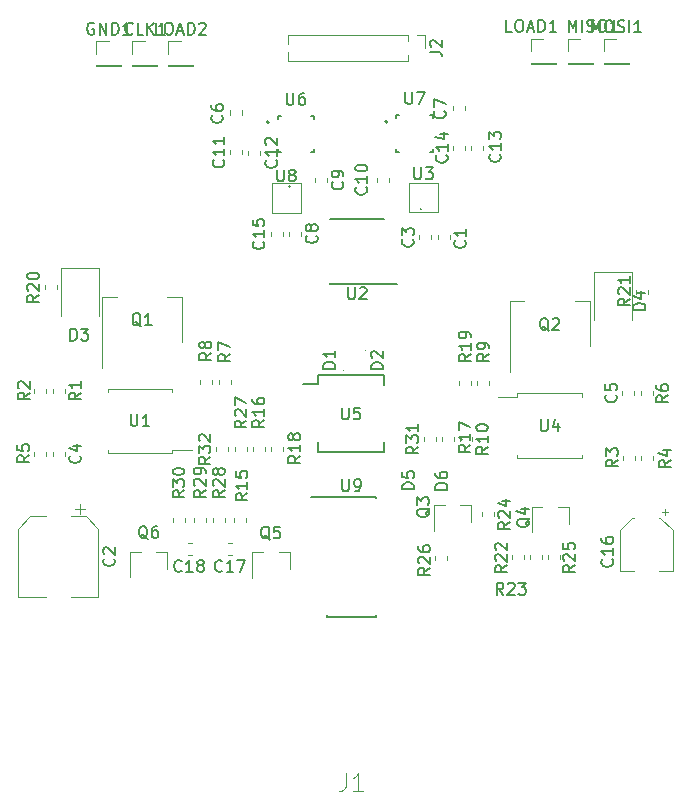
<source format=gbr>
%TF.GenerationSoftware,KiCad,Pcbnew,(5.1.0)-1*%
%TF.CreationDate,2020-12-18T13:58:53+02:00*%
%TF.ProjectId,Template,54656d70-6c61-4746-952e-6b696361645f,rev?*%
%TF.SameCoordinates,Original*%
%TF.FileFunction,Legend,Top*%
%TF.FilePolarity,Positive*%
%FSLAX46Y46*%
G04 Gerber Fmt 4.6, Leading zero omitted, Abs format (unit mm)*
G04 Created by KiCad (PCBNEW (5.1.0)-1) date 2020-12-18 13:58:53*
%MOMM*%
%LPD*%
G04 APERTURE LIST*
%ADD10C,0.150000*%
%ADD11C,0.120000*%
%ADD12C,0.200000*%
%ADD13C,0.127000*%
%ADD14C,0.100000*%
%ADD15C,0.015000*%
G04 APERTURE END LIST*
D10*
%TO.C,U5*%
X112169600Y-82354200D02*
X110894600Y-82354200D01*
X112169600Y-88104200D02*
X117719600Y-88104200D01*
X112169600Y-81554200D02*
X117719600Y-81554200D01*
X112169600Y-88104200D02*
X112169600Y-87204200D01*
X117719600Y-88104200D02*
X117719600Y-87204200D01*
X117719600Y-81554200D02*
X117719600Y-82454200D01*
X112169600Y-81554200D02*
X112169600Y-82354200D01*
%TO.C,U2*%
X117789000Y-68320400D02*
X113139000Y-68320400D01*
X118864000Y-73845400D02*
X113164000Y-73845400D01*
X117789000Y-68320400D02*
X117789000Y-68345400D01*
X113139000Y-68320400D02*
X113139000Y-68345400D01*
X113164000Y-73845400D02*
X113164000Y-73745400D01*
D11*
%TO.C,R7*%
X103760000Y-82028733D02*
X103760000Y-82371267D01*
X104780000Y-82028733D02*
X104780000Y-82371267D01*
%TO.C,Q6*%
X99405000Y-96540000D02*
X99405000Y-98000000D01*
X96245000Y-96540000D02*
X96245000Y-98700000D01*
X96245000Y-96540000D02*
X97175000Y-96540000D01*
X99405000Y-96540000D02*
X98475000Y-96540000D01*
%TO.C,R28*%
X103290000Y-93703733D02*
X103290000Y-94046267D01*
X104310000Y-93703733D02*
X104310000Y-94046267D01*
%TO.C,Q1*%
X93856200Y-81004400D02*
X93856200Y-74994400D01*
X100676200Y-78754400D02*
X100676200Y-74994400D01*
X93856200Y-74994400D02*
X95116200Y-74994400D01*
X100676200Y-74994400D02*
X99416200Y-74994400D01*
D12*
%TO.C,U7*%
X118022120Y-60134700D02*
G75*
G03X118022120Y-60134700I-100000J0D01*
G01*
D13*
X119022120Y-59584700D02*
X118772120Y-59584700D01*
X118772120Y-59584700D02*
X118772120Y-59834700D01*
X121622120Y-59584700D02*
X121872120Y-59584700D01*
X121872120Y-59584700D02*
X121872120Y-59834700D01*
X121872120Y-62434700D02*
X121872120Y-62684700D01*
X121872120Y-62684700D02*
X121622120Y-62684700D01*
X118772120Y-62434700D02*
X118772120Y-62684700D01*
X118772120Y-62684700D02*
X119022120Y-62684700D01*
D11*
%TO.C,R25*%
X131662000Y-96831533D02*
X131662000Y-97174067D01*
X132682000Y-96831533D02*
X132682000Y-97174067D01*
%TO.C,MISO1*%
X133290000Y-53090000D02*
X134350000Y-53090000D01*
X133290000Y-54150000D02*
X133290000Y-53090000D01*
X133290000Y-55150000D02*
X135410000Y-55150000D01*
X135410000Y-55150000D02*
X135410000Y-55210000D01*
X133290000Y-55150000D02*
X133290000Y-55210000D01*
X133290000Y-55210000D02*
X135410000Y-55210000D01*
%TO.C,MOSI1*%
X136365000Y-53090000D02*
X137425000Y-53090000D01*
X136365000Y-54150000D02*
X136365000Y-53090000D01*
X136365000Y-55150000D02*
X138485000Y-55150000D01*
X138485000Y-55150000D02*
X138485000Y-55210000D01*
X136365000Y-55150000D02*
X136365000Y-55210000D01*
X136365000Y-55210000D02*
X138485000Y-55210000D01*
%TO.C,LOAD2*%
X99465000Y-53290000D02*
X100525000Y-53290000D01*
X99465000Y-54350000D02*
X99465000Y-53290000D01*
X99465000Y-55350000D02*
X101585000Y-55350000D01*
X101585000Y-55350000D02*
X101585000Y-55410000D01*
X99465000Y-55350000D02*
X99465000Y-55410000D01*
X99465000Y-55410000D02*
X101585000Y-55410000D01*
%TO.C,GND1*%
X93365000Y-53290000D02*
X94425000Y-53290000D01*
X93365000Y-54350000D02*
X93365000Y-53290000D01*
X93365000Y-55350000D02*
X95485000Y-55350000D01*
X95485000Y-55350000D02*
X95485000Y-55410000D01*
X93365000Y-55350000D02*
X93365000Y-55410000D01*
X93365000Y-55410000D02*
X95485000Y-55410000D01*
%TO.C,CLK1*%
X96415000Y-53290000D02*
X97475000Y-53290000D01*
X96415000Y-54350000D02*
X96415000Y-53290000D01*
X96415000Y-55350000D02*
X98535000Y-55350000D01*
X98535000Y-55350000D02*
X98535000Y-55410000D01*
X96415000Y-55350000D02*
X96415000Y-55410000D01*
X96415000Y-55410000D02*
X98535000Y-55410000D01*
%TO.C,LOAD1*%
X130190000Y-53090000D02*
X131250000Y-53090000D01*
X130190000Y-54150000D02*
X130190000Y-53090000D01*
X130190000Y-55150000D02*
X132310000Y-55150000D01*
X132310000Y-55150000D02*
X132310000Y-55210000D01*
X130190000Y-55150000D02*
X130190000Y-55210000D01*
X130190000Y-55210000D02*
X132310000Y-55210000D01*
%TO.C,Q2*%
X128376200Y-81344400D02*
X128376200Y-75334400D01*
X135196200Y-79094400D02*
X135196200Y-75334400D01*
X128376200Y-75334400D02*
X129636200Y-75334400D01*
X135196200Y-75334400D02*
X133936200Y-75334400D01*
D10*
%TO.C,U9*%
X112900000Y-91900000D02*
X111525000Y-91900000D01*
X112900000Y-102025000D02*
X117050000Y-102025000D01*
X112900000Y-91875000D02*
X117050000Y-91875000D01*
X112900000Y-102025000D02*
X112900000Y-101920000D01*
X117050000Y-102025000D02*
X117050000Y-101920000D01*
X117050000Y-91875000D02*
X117050000Y-91980000D01*
X112900000Y-91875000D02*
X112900000Y-91900000D01*
D11*
%TO.C,R32*%
X103560000Y-87678733D02*
X103560000Y-88021267D01*
X104580000Y-87678733D02*
X104580000Y-88021267D01*
%TO.C,C18*%
X101153733Y-96835000D02*
X101496267Y-96835000D01*
X101153733Y-95815000D02*
X101496267Y-95815000D01*
%TO.C,C17*%
X104503733Y-96835000D02*
X104846267Y-96835000D01*
X104503733Y-95815000D02*
X104846267Y-95815000D01*
D12*
%TO.C,U6*%
X107989120Y-60175340D02*
G75*
G03X107989120Y-60175340I-100000J0D01*
G01*
D13*
X108989120Y-59625340D02*
X108739120Y-59625340D01*
X108739120Y-59625340D02*
X108739120Y-59875340D01*
X111589120Y-59625340D02*
X111839120Y-59625340D01*
X111839120Y-59625340D02*
X111839120Y-59875340D01*
X111839120Y-62475340D02*
X111839120Y-62725340D01*
X111839120Y-62725340D02*
X111589120Y-62725340D01*
X108739120Y-62475340D02*
X108739120Y-62725340D01*
X108739120Y-62725340D02*
X108989120Y-62725340D01*
D14*
%TO.C,U8*%
X109800866Y-65599640D02*
G75*
G03X109800866Y-65599640I-67106J0D01*
G01*
D11*
X108245000Y-67840240D02*
X108245000Y-65340240D01*
X110745000Y-65340240D02*
X108245000Y-65340240D01*
X110745000Y-67840240D02*
X110745000Y-65340240D01*
X110745000Y-67840240D02*
X108245000Y-67840240D01*
%TO.C,U4*%
X129048500Y-83390000D02*
X127373500Y-83390000D01*
X129048500Y-83130000D02*
X129048500Y-83390000D01*
X131773500Y-83130000D02*
X129048500Y-83130000D01*
X134498500Y-83130000D02*
X134498500Y-83390000D01*
X131773500Y-83130000D02*
X134498500Y-83130000D01*
X129048500Y-88580000D02*
X129048500Y-88320000D01*
X131773500Y-88580000D02*
X129048500Y-88580000D01*
X134498500Y-88580000D02*
X134498500Y-88320000D01*
X131773500Y-88580000D02*
X134498500Y-88580000D01*
D14*
%TO.C,U3*%
X120926066Y-67545280D02*
G75*
G03X120926066Y-67545280I-67106J0D01*
G01*
D11*
X122347720Y-65304680D02*
X122347720Y-67804680D01*
X119847720Y-67804680D02*
X122347720Y-67804680D01*
X119847720Y-65304680D02*
X119847720Y-67804680D01*
X119847720Y-65304680D02*
X122347720Y-65304680D01*
%TO.C,U1*%
X99838800Y-87903800D02*
X101513800Y-87903800D01*
X99838800Y-88163800D02*
X99838800Y-87903800D01*
X97113800Y-88163800D02*
X99838800Y-88163800D01*
X94388800Y-88163800D02*
X94388800Y-87903800D01*
X97113800Y-88163800D02*
X94388800Y-88163800D01*
X99838800Y-82713800D02*
X99838800Y-82973800D01*
X97113800Y-82713800D02*
X99838800Y-82713800D01*
X94388800Y-82713800D02*
X94388800Y-82973800D01*
X97113800Y-82713800D02*
X94388800Y-82713800D01*
%TO.C,R31*%
X121160200Y-86827533D02*
X121160200Y-87170067D01*
X122180200Y-86827533D02*
X122180200Y-87170067D01*
%TO.C,R30*%
X99890000Y-93703733D02*
X99890000Y-94046267D01*
X100910000Y-93703733D02*
X100910000Y-94046267D01*
%TO.C,R29*%
X101690000Y-93703733D02*
X101690000Y-94046267D01*
X102710000Y-93703733D02*
X102710000Y-94046267D01*
%TO.C,R27*%
X105065000Y-93703733D02*
X105065000Y-94046267D01*
X106085000Y-93703733D02*
X106085000Y-94046267D01*
%TO.C,R26*%
X122065000Y-96928733D02*
X122065000Y-97271267D01*
X123085000Y-96928733D02*
X123085000Y-97271267D01*
%TO.C,R24*%
X126015000Y-93203733D02*
X126015000Y-93546267D01*
X127035000Y-93203733D02*
X127035000Y-93546267D01*
%TO.C,R23*%
X131158000Y-97174067D02*
X131158000Y-96831533D01*
X130138000Y-97174067D02*
X130138000Y-96831533D01*
%TO.C,R22*%
X129634000Y-97174067D02*
X129634000Y-96831533D01*
X128614000Y-97174067D02*
X128614000Y-96831533D01*
%TO.C,R21*%
X139050000Y-74343733D02*
X139050000Y-74686267D01*
X140070000Y-74343733D02*
X140070000Y-74686267D01*
%TO.C,R20*%
X89034600Y-73964533D02*
X89034600Y-74307067D01*
X90054600Y-73964533D02*
X90054600Y-74307067D01*
%TO.C,R19*%
X124080000Y-82058733D02*
X124080000Y-82401267D01*
X125100000Y-82058733D02*
X125100000Y-82401267D01*
%TO.C,R18*%
X109235000Y-88021267D02*
X109235000Y-87678733D01*
X108215000Y-88021267D02*
X108215000Y-87678733D01*
%TO.C,R17*%
X122633400Y-86827533D02*
X122633400Y-87170067D01*
X123653400Y-86827533D02*
X123653400Y-87170067D01*
%TO.C,R16*%
X107690000Y-88021267D02*
X107690000Y-87678733D01*
X106670000Y-88021267D02*
X106670000Y-87678733D01*
%TO.C,R15*%
X105120000Y-87678733D02*
X105120000Y-88021267D01*
X106140000Y-87678733D02*
X106140000Y-88021267D01*
%TO.C,R10*%
X124160000Y-86838733D02*
X124160000Y-87181267D01*
X125180000Y-86838733D02*
X125180000Y-87181267D01*
%TO.C,R9*%
X125640000Y-82068733D02*
X125640000Y-82411267D01*
X126660000Y-82068733D02*
X126660000Y-82411267D01*
%TO.C,R8*%
X103210000Y-82361267D02*
X103210000Y-82018733D01*
X102190000Y-82361267D02*
X102190000Y-82018733D01*
%TO.C,R6*%
X139465000Y-82908733D02*
X139465000Y-83251267D01*
X140485000Y-82908733D02*
X140485000Y-83251267D01*
%TO.C,R5*%
X89160000Y-88396267D02*
X89160000Y-88053733D01*
X88140000Y-88396267D02*
X88140000Y-88053733D01*
%TO.C,R4*%
X140500000Y-88781267D02*
X140500000Y-88438733D01*
X139480000Y-88781267D02*
X139480000Y-88438733D01*
%TO.C,R3*%
X137950000Y-88443733D02*
X137950000Y-88786267D01*
X138970000Y-88443733D02*
X138970000Y-88786267D01*
%TO.C,R2*%
X88140000Y-82778733D02*
X88140000Y-83121267D01*
X89160000Y-82778733D02*
X89160000Y-83121267D01*
%TO.C,R1*%
X90710000Y-83121267D02*
X90710000Y-82778733D01*
X89690000Y-83121267D02*
X89690000Y-82778733D01*
%TO.C,Q5*%
X109755000Y-96565000D02*
X109755000Y-98025000D01*
X106595000Y-96565000D02*
X106595000Y-98725000D01*
X106595000Y-96565000D02*
X107525000Y-96565000D01*
X109755000Y-96565000D02*
X108825000Y-96565000D01*
%TO.C,Q4*%
X133396400Y-92737600D02*
X133396400Y-94197600D01*
X130236400Y-92737600D02*
X130236400Y-94897600D01*
X130236400Y-92737600D02*
X131166400Y-92737600D01*
X133396400Y-92737600D02*
X132466400Y-92737600D01*
%TO.C,Q3*%
X125105000Y-92590000D02*
X125105000Y-94050000D01*
X121945000Y-92590000D02*
X121945000Y-94750000D01*
X121945000Y-92590000D02*
X122875000Y-92590000D01*
X125105000Y-92590000D02*
X124175000Y-92590000D01*
D14*
%TO.C,D6*%
X121650000Y-89665000D02*
G75*
G03X121650000Y-89665000I-50000J0D01*
G01*
%TO.C,D5*%
X120875000Y-91385000D02*
G75*
G03X120875000Y-91385000I-50000J0D01*
G01*
D11*
%TO.C,D4*%
X135550000Y-72855000D02*
X135550000Y-76915000D01*
X138720000Y-72855000D02*
X135550000Y-72855000D01*
X138720000Y-76915000D02*
X138720000Y-72855000D01*
%TO.C,D3*%
X90423400Y-72514000D02*
X90423400Y-76574000D01*
X93593400Y-72514000D02*
X90423400Y-72514000D01*
X93593400Y-76574000D02*
X93593400Y-72514000D01*
D14*
%TO.C,D2*%
X116225000Y-79465000D02*
G75*
G03X116225000Y-79465000I-50000J0D01*
G01*
%TO.C,D1*%
X114325000Y-81185000D02*
G75*
G03X114325000Y-81185000I-50000J0D01*
G01*
D11*
%TO.C,C16*%
X141760000Y-93175000D02*
X141260000Y-93175000D01*
X141510000Y-92925000D02*
X141510000Y-93425000D01*
X138754437Y-93665000D02*
X137690000Y-94729437D01*
X141145563Y-93665000D02*
X142210000Y-94729437D01*
X141145563Y-93665000D02*
X141010000Y-93665000D01*
X138754437Y-93665000D02*
X138890000Y-93665000D01*
X137690000Y-94729437D02*
X137690000Y-98185000D01*
X142210000Y-94729437D02*
X142210000Y-98185000D01*
X142210000Y-98185000D02*
X141010000Y-98185000D01*
X137690000Y-98185000D02*
X138890000Y-98185000D01*
%TO.C,C15*%
X108187440Y-69436493D02*
X108187440Y-69779027D01*
X109207440Y-69436493D02*
X109207440Y-69779027D01*
%TO.C,C14*%
X124615080Y-62489227D02*
X124615080Y-62146693D01*
X123595080Y-62489227D02*
X123595080Y-62146693D01*
%TO.C,C13*%
X126113680Y-62489227D02*
X126113680Y-62146693D01*
X125093680Y-62489227D02*
X125093680Y-62146693D01*
%TO.C,C12*%
X107258640Y-62923387D02*
X107258640Y-62580853D01*
X106238640Y-62923387D02*
X106238640Y-62580853D01*
%TO.C,C11*%
X105729560Y-62877667D02*
X105729560Y-62535133D01*
X104709560Y-62877667D02*
X104709560Y-62535133D01*
%TO.C,C10*%
X117118080Y-64879733D02*
X117118080Y-65222267D01*
X118138080Y-64879733D02*
X118138080Y-65222267D01*
%TO.C,C9*%
X111921240Y-64869573D02*
X111921240Y-65212107D01*
X112941240Y-64869573D02*
X112941240Y-65212107D01*
%TO.C,C8*%
X109726680Y-69426333D02*
X109726680Y-69768867D01*
X110746680Y-69426333D02*
X110746680Y-69768867D01*
%TO.C,C7*%
X123600000Y-58788733D02*
X123600000Y-59131267D01*
X124620000Y-58788733D02*
X124620000Y-59131267D01*
%TO.C,C6*%
X105709240Y-59514707D02*
X105709240Y-59172173D01*
X104689240Y-59514707D02*
X104689240Y-59172173D01*
%TO.C,C5*%
X138953800Y-83251267D02*
X138953800Y-82908733D01*
X137933800Y-83251267D02*
X137933800Y-82908733D01*
%TO.C,C4*%
X89695000Y-88061533D02*
X89695000Y-88404067D01*
X90715000Y-88061533D02*
X90715000Y-88404067D01*
%TO.C,C3*%
X121750280Y-70083187D02*
X121750280Y-69740653D01*
X120730280Y-70083187D02*
X120730280Y-69740653D01*
%TO.C,C2*%
X92391250Y-92906250D02*
X91603750Y-92906250D01*
X91997500Y-92512500D02*
X91997500Y-93300000D01*
X87804437Y-93540000D02*
X86740000Y-94604437D01*
X92495563Y-93540000D02*
X93560000Y-94604437D01*
X92495563Y-93540000D02*
X91210000Y-93540000D01*
X87804437Y-93540000D02*
X89090000Y-93540000D01*
X86740000Y-94604437D02*
X86740000Y-100360000D01*
X93560000Y-94604437D02*
X93560000Y-100360000D01*
X93560000Y-100360000D02*
X91210000Y-100360000D01*
X86740000Y-100360000D02*
X89090000Y-100360000D01*
%TO.C,C1*%
X123299680Y-70083187D02*
X123299680Y-69740653D01*
X122279680Y-70083187D02*
X122279680Y-69740653D01*
%TO.C,J2*%
X109645000Y-52765000D02*
X109645000Y-53567470D01*
X109645000Y-54182530D02*
X109645000Y-54985000D01*
X119740000Y-52765000D02*
X109645000Y-52765000D01*
X119740000Y-54985000D02*
X109645000Y-54985000D01*
X119740000Y-52765000D02*
X119740000Y-53311529D01*
X119740000Y-54438471D02*
X119740000Y-54985000D01*
X120500000Y-52765000D02*
X121260000Y-52765000D01*
X121260000Y-52765000D02*
X121260000Y-53875000D01*
%TO.C,U5*%
D10*
X114182695Y-84332380D02*
X114182695Y-85141904D01*
X114230314Y-85237142D01*
X114277933Y-85284761D01*
X114373171Y-85332380D01*
X114563647Y-85332380D01*
X114658885Y-85284761D01*
X114706504Y-85237142D01*
X114754123Y-85141904D01*
X114754123Y-84332380D01*
X115706504Y-84332380D02*
X115230314Y-84332380D01*
X115182695Y-84808571D01*
X115230314Y-84760952D01*
X115325552Y-84713333D01*
X115563647Y-84713333D01*
X115658885Y-84760952D01*
X115706504Y-84808571D01*
X115754123Y-84903809D01*
X115754123Y-85141904D01*
X115706504Y-85237142D01*
X115658885Y-85284761D01*
X115563647Y-85332380D01*
X115325552Y-85332380D01*
X115230314Y-85284761D01*
X115182695Y-85237142D01*
%TO.C,U2*%
X114702095Y-74147780D02*
X114702095Y-74957304D01*
X114749714Y-75052542D01*
X114797333Y-75100161D01*
X114892571Y-75147780D01*
X115083047Y-75147780D01*
X115178285Y-75100161D01*
X115225904Y-75052542D01*
X115273523Y-74957304D01*
X115273523Y-74147780D01*
X115702095Y-74243019D02*
X115749714Y-74195400D01*
X115844952Y-74147780D01*
X116083047Y-74147780D01*
X116178285Y-74195400D01*
X116225904Y-74243019D01*
X116273523Y-74338257D01*
X116273523Y-74433495D01*
X116225904Y-74576352D01*
X115654476Y-75147780D01*
X116273523Y-75147780D01*
%TO.C,R7*%
X104722380Y-79786666D02*
X104246190Y-80120000D01*
X104722380Y-80358095D02*
X103722380Y-80358095D01*
X103722380Y-79977142D01*
X103770000Y-79881904D01*
X103817619Y-79834285D01*
X103912857Y-79786666D01*
X104055714Y-79786666D01*
X104150952Y-79834285D01*
X104198571Y-79881904D01*
X104246190Y-79977142D01*
X104246190Y-80358095D01*
X103722380Y-79453333D02*
X103722380Y-78786666D01*
X104722380Y-79215238D01*
%TO.C,Q6*%
X97729761Y-95447619D02*
X97634523Y-95400000D01*
X97539285Y-95304761D01*
X97396428Y-95161904D01*
X97301190Y-95114285D01*
X97205952Y-95114285D01*
X97253571Y-95352380D02*
X97158333Y-95304761D01*
X97063095Y-95209523D01*
X97015476Y-95019047D01*
X97015476Y-94685714D01*
X97063095Y-94495238D01*
X97158333Y-94400000D01*
X97253571Y-94352380D01*
X97444047Y-94352380D01*
X97539285Y-94400000D01*
X97634523Y-94495238D01*
X97682142Y-94685714D01*
X97682142Y-95019047D01*
X97634523Y-95209523D01*
X97539285Y-95304761D01*
X97444047Y-95352380D01*
X97253571Y-95352380D01*
X98539285Y-94352380D02*
X98348809Y-94352380D01*
X98253571Y-94400000D01*
X98205952Y-94447619D01*
X98110714Y-94590476D01*
X98063095Y-94780952D01*
X98063095Y-95161904D01*
X98110714Y-95257142D01*
X98158333Y-95304761D01*
X98253571Y-95352380D01*
X98444047Y-95352380D01*
X98539285Y-95304761D01*
X98586904Y-95257142D01*
X98634523Y-95161904D01*
X98634523Y-94923809D01*
X98586904Y-94828571D01*
X98539285Y-94780952D01*
X98444047Y-94733333D01*
X98253571Y-94733333D01*
X98158333Y-94780952D01*
X98110714Y-94828571D01*
X98063095Y-94923809D01*
%TO.C,R28*%
X104252380Y-91342857D02*
X103776190Y-91676190D01*
X104252380Y-91914285D02*
X103252380Y-91914285D01*
X103252380Y-91533333D01*
X103300000Y-91438095D01*
X103347619Y-91390476D01*
X103442857Y-91342857D01*
X103585714Y-91342857D01*
X103680952Y-91390476D01*
X103728571Y-91438095D01*
X103776190Y-91533333D01*
X103776190Y-91914285D01*
X103347619Y-90961904D02*
X103300000Y-90914285D01*
X103252380Y-90819047D01*
X103252380Y-90580952D01*
X103300000Y-90485714D01*
X103347619Y-90438095D01*
X103442857Y-90390476D01*
X103538095Y-90390476D01*
X103680952Y-90438095D01*
X104252380Y-91009523D01*
X104252380Y-90390476D01*
X103680952Y-89819047D02*
X103633333Y-89914285D01*
X103585714Y-89961904D01*
X103490476Y-90009523D01*
X103442857Y-90009523D01*
X103347619Y-89961904D01*
X103300000Y-89914285D01*
X103252380Y-89819047D01*
X103252380Y-89628571D01*
X103300000Y-89533333D01*
X103347619Y-89485714D01*
X103442857Y-89438095D01*
X103490476Y-89438095D01*
X103585714Y-89485714D01*
X103633333Y-89533333D01*
X103680952Y-89628571D01*
X103680952Y-89819047D01*
X103728571Y-89914285D01*
X103776190Y-89961904D01*
X103871428Y-90009523D01*
X104061904Y-90009523D01*
X104157142Y-89961904D01*
X104204761Y-89914285D01*
X104252380Y-89819047D01*
X104252380Y-89628571D01*
X104204761Y-89533333D01*
X104157142Y-89485714D01*
X104061904Y-89438095D01*
X103871428Y-89438095D01*
X103776190Y-89485714D01*
X103728571Y-89533333D01*
X103680952Y-89628571D01*
%TO.C,Q1*%
X97170961Y-77452019D02*
X97075723Y-77404400D01*
X96980485Y-77309161D01*
X96837628Y-77166304D01*
X96742390Y-77118685D01*
X96647152Y-77118685D01*
X96694771Y-77356780D02*
X96599533Y-77309161D01*
X96504295Y-77213923D01*
X96456676Y-77023447D01*
X96456676Y-76690114D01*
X96504295Y-76499638D01*
X96599533Y-76404400D01*
X96694771Y-76356780D01*
X96885247Y-76356780D01*
X96980485Y-76404400D01*
X97075723Y-76499638D01*
X97123342Y-76690114D01*
X97123342Y-77023447D01*
X97075723Y-77213923D01*
X96980485Y-77309161D01*
X96885247Y-77356780D01*
X96694771Y-77356780D01*
X98075723Y-77356780D02*
X97504295Y-77356780D01*
X97790009Y-77356780D02*
X97790009Y-76356780D01*
X97694771Y-76499638D01*
X97599533Y-76594876D01*
X97504295Y-76642495D01*
%TO.C,U7*%
X119558575Y-57614900D02*
X119558575Y-58424424D01*
X119606194Y-58519662D01*
X119653813Y-58567281D01*
X119749051Y-58614900D01*
X119939527Y-58614900D01*
X120034765Y-58567281D01*
X120082384Y-58519662D01*
X120130003Y-58424424D01*
X120130003Y-57614900D01*
X120510956Y-57614900D02*
X121177622Y-57614900D01*
X120749051Y-58614900D01*
%TO.C,J1*%
D15*
X114498500Y-115256571D02*
X114498500Y-116328000D01*
X114427071Y-116542285D01*
X114284214Y-116685142D01*
X114069928Y-116756571D01*
X113927071Y-116756571D01*
X115998500Y-116756571D02*
X115141357Y-116756571D01*
X115569928Y-116756571D02*
X115569928Y-115256571D01*
X115427071Y-115470857D01*
X115284214Y-115613714D01*
X115141357Y-115685142D01*
%TO.C,R25*%
D10*
X133919780Y-97671057D02*
X133443590Y-98004390D01*
X133919780Y-98242485D02*
X132919780Y-98242485D01*
X132919780Y-97861533D01*
X132967400Y-97766295D01*
X133015019Y-97718676D01*
X133110257Y-97671057D01*
X133253114Y-97671057D01*
X133348352Y-97718676D01*
X133395971Y-97766295D01*
X133443590Y-97861533D01*
X133443590Y-98242485D01*
X133015019Y-97290104D02*
X132967400Y-97242485D01*
X132919780Y-97147247D01*
X132919780Y-96909152D01*
X132967400Y-96813914D01*
X133015019Y-96766295D01*
X133110257Y-96718676D01*
X133205495Y-96718676D01*
X133348352Y-96766295D01*
X133919780Y-97337723D01*
X133919780Y-96718676D01*
X132919780Y-95813914D02*
X132919780Y-96290104D01*
X133395971Y-96337723D01*
X133348352Y-96290104D01*
X133300733Y-96194866D01*
X133300733Y-95956771D01*
X133348352Y-95861533D01*
X133395971Y-95813914D01*
X133491209Y-95766295D01*
X133729304Y-95766295D01*
X133824542Y-95813914D01*
X133872161Y-95861533D01*
X133919780Y-95956771D01*
X133919780Y-96194866D01*
X133872161Y-96290104D01*
X133824542Y-96337723D01*
%TO.C,MISO1*%
X133377380Y-52502380D02*
X133377380Y-51502380D01*
X133710714Y-52216666D01*
X134044047Y-51502380D01*
X134044047Y-52502380D01*
X134520238Y-52502380D02*
X134520238Y-51502380D01*
X134948809Y-52454761D02*
X135091666Y-52502380D01*
X135329761Y-52502380D01*
X135425000Y-52454761D01*
X135472619Y-52407142D01*
X135520238Y-52311904D01*
X135520238Y-52216666D01*
X135472619Y-52121428D01*
X135425000Y-52073809D01*
X135329761Y-52026190D01*
X135139285Y-51978571D01*
X135044047Y-51930952D01*
X134996428Y-51883333D01*
X134948809Y-51788095D01*
X134948809Y-51692857D01*
X134996428Y-51597619D01*
X135044047Y-51550000D01*
X135139285Y-51502380D01*
X135377380Y-51502380D01*
X135520238Y-51550000D01*
X136139285Y-51502380D02*
X136329761Y-51502380D01*
X136425000Y-51550000D01*
X136520238Y-51645238D01*
X136567857Y-51835714D01*
X136567857Y-52169047D01*
X136520238Y-52359523D01*
X136425000Y-52454761D01*
X136329761Y-52502380D01*
X136139285Y-52502380D01*
X136044047Y-52454761D01*
X135948809Y-52359523D01*
X135901190Y-52169047D01*
X135901190Y-51835714D01*
X135948809Y-51645238D01*
X136044047Y-51550000D01*
X136139285Y-51502380D01*
X137520238Y-52502380D02*
X136948809Y-52502380D01*
X137234523Y-52502380D02*
X137234523Y-51502380D01*
X137139285Y-51645238D01*
X137044047Y-51740476D01*
X136948809Y-51788095D01*
%TO.C,MOSI1*%
X135377380Y-52542380D02*
X135377380Y-51542380D01*
X135710714Y-52256666D01*
X136044047Y-51542380D01*
X136044047Y-52542380D01*
X136710714Y-51542380D02*
X136901190Y-51542380D01*
X136996428Y-51590000D01*
X137091666Y-51685238D01*
X137139285Y-51875714D01*
X137139285Y-52209047D01*
X137091666Y-52399523D01*
X136996428Y-52494761D01*
X136901190Y-52542380D01*
X136710714Y-52542380D01*
X136615476Y-52494761D01*
X136520238Y-52399523D01*
X136472619Y-52209047D01*
X136472619Y-51875714D01*
X136520238Y-51685238D01*
X136615476Y-51590000D01*
X136710714Y-51542380D01*
X137520238Y-52494761D02*
X137663095Y-52542380D01*
X137901190Y-52542380D01*
X137996428Y-52494761D01*
X138044047Y-52447142D01*
X138091666Y-52351904D01*
X138091666Y-52256666D01*
X138044047Y-52161428D01*
X137996428Y-52113809D01*
X137901190Y-52066190D01*
X137710714Y-52018571D01*
X137615476Y-51970952D01*
X137567857Y-51923333D01*
X137520238Y-51828095D01*
X137520238Y-51732857D01*
X137567857Y-51637619D01*
X137615476Y-51590000D01*
X137710714Y-51542380D01*
X137948809Y-51542380D01*
X138091666Y-51590000D01*
X138520238Y-52542380D02*
X138520238Y-51542380D01*
X139520238Y-52542380D02*
X138948809Y-52542380D01*
X139234523Y-52542380D02*
X139234523Y-51542380D01*
X139139285Y-51685238D01*
X139044047Y-51780476D01*
X138948809Y-51828095D01*
%TO.C,LOAD2*%
X98905952Y-52742380D02*
X98429761Y-52742380D01*
X98429761Y-51742380D01*
X99429761Y-51742380D02*
X99620238Y-51742380D01*
X99715476Y-51790000D01*
X99810714Y-51885238D01*
X99858333Y-52075714D01*
X99858333Y-52409047D01*
X99810714Y-52599523D01*
X99715476Y-52694761D01*
X99620238Y-52742380D01*
X99429761Y-52742380D01*
X99334523Y-52694761D01*
X99239285Y-52599523D01*
X99191666Y-52409047D01*
X99191666Y-52075714D01*
X99239285Y-51885238D01*
X99334523Y-51790000D01*
X99429761Y-51742380D01*
X100239285Y-52456666D02*
X100715476Y-52456666D01*
X100144047Y-52742380D02*
X100477380Y-51742380D01*
X100810714Y-52742380D01*
X101144047Y-52742380D02*
X101144047Y-51742380D01*
X101382142Y-51742380D01*
X101525000Y-51790000D01*
X101620238Y-51885238D01*
X101667857Y-51980476D01*
X101715476Y-52170952D01*
X101715476Y-52313809D01*
X101667857Y-52504285D01*
X101620238Y-52599523D01*
X101525000Y-52694761D01*
X101382142Y-52742380D01*
X101144047Y-52742380D01*
X102096428Y-51837619D02*
X102144047Y-51790000D01*
X102239285Y-51742380D01*
X102477380Y-51742380D01*
X102572619Y-51790000D01*
X102620238Y-51837619D01*
X102667857Y-51932857D01*
X102667857Y-52028095D01*
X102620238Y-52170952D01*
X102048809Y-52742380D01*
X102667857Y-52742380D01*
%TO.C,GND1*%
X93186904Y-51790000D02*
X93091666Y-51742380D01*
X92948809Y-51742380D01*
X92805952Y-51790000D01*
X92710714Y-51885238D01*
X92663095Y-51980476D01*
X92615476Y-52170952D01*
X92615476Y-52313809D01*
X92663095Y-52504285D01*
X92710714Y-52599523D01*
X92805952Y-52694761D01*
X92948809Y-52742380D01*
X93044047Y-52742380D01*
X93186904Y-52694761D01*
X93234523Y-52647142D01*
X93234523Y-52313809D01*
X93044047Y-52313809D01*
X93663095Y-52742380D02*
X93663095Y-51742380D01*
X94234523Y-52742380D01*
X94234523Y-51742380D01*
X94710714Y-52742380D02*
X94710714Y-51742380D01*
X94948809Y-51742380D01*
X95091666Y-51790000D01*
X95186904Y-51885238D01*
X95234523Y-51980476D01*
X95282142Y-52170952D01*
X95282142Y-52313809D01*
X95234523Y-52504285D01*
X95186904Y-52599523D01*
X95091666Y-52694761D01*
X94948809Y-52742380D01*
X94710714Y-52742380D01*
X96234523Y-52742380D02*
X95663095Y-52742380D01*
X95948809Y-52742380D02*
X95948809Y-51742380D01*
X95853571Y-51885238D01*
X95758333Y-51980476D01*
X95663095Y-52028095D01*
%TO.C,CLK1*%
X96478571Y-52647142D02*
X96430952Y-52694761D01*
X96288095Y-52742380D01*
X96192857Y-52742380D01*
X96050000Y-52694761D01*
X95954761Y-52599523D01*
X95907142Y-52504285D01*
X95859523Y-52313809D01*
X95859523Y-52170952D01*
X95907142Y-51980476D01*
X95954761Y-51885238D01*
X96050000Y-51790000D01*
X96192857Y-51742380D01*
X96288095Y-51742380D01*
X96430952Y-51790000D01*
X96478571Y-51837619D01*
X97383333Y-52742380D02*
X96907142Y-52742380D01*
X96907142Y-51742380D01*
X97716666Y-52742380D02*
X97716666Y-51742380D01*
X98288095Y-52742380D02*
X97859523Y-52170952D01*
X98288095Y-51742380D02*
X97716666Y-52313809D01*
X99240476Y-52742380D02*
X98669047Y-52742380D01*
X98954761Y-52742380D02*
X98954761Y-51742380D01*
X98859523Y-51885238D01*
X98764285Y-51980476D01*
X98669047Y-52028095D01*
%TO.C,LOAD1*%
X128580952Y-52502380D02*
X128104761Y-52502380D01*
X128104761Y-51502380D01*
X129104761Y-51502380D02*
X129295238Y-51502380D01*
X129390476Y-51550000D01*
X129485714Y-51645238D01*
X129533333Y-51835714D01*
X129533333Y-52169047D01*
X129485714Y-52359523D01*
X129390476Y-52454761D01*
X129295238Y-52502380D01*
X129104761Y-52502380D01*
X129009523Y-52454761D01*
X128914285Y-52359523D01*
X128866666Y-52169047D01*
X128866666Y-51835714D01*
X128914285Y-51645238D01*
X129009523Y-51550000D01*
X129104761Y-51502380D01*
X129914285Y-52216666D02*
X130390476Y-52216666D01*
X129819047Y-52502380D02*
X130152380Y-51502380D01*
X130485714Y-52502380D01*
X130819047Y-52502380D02*
X130819047Y-51502380D01*
X131057142Y-51502380D01*
X131200000Y-51550000D01*
X131295238Y-51645238D01*
X131342857Y-51740476D01*
X131390476Y-51930952D01*
X131390476Y-52073809D01*
X131342857Y-52264285D01*
X131295238Y-52359523D01*
X131200000Y-52454761D01*
X131057142Y-52502380D01*
X130819047Y-52502380D01*
X132342857Y-52502380D02*
X131771428Y-52502380D01*
X132057142Y-52502380D02*
X132057142Y-51502380D01*
X131961904Y-51645238D01*
X131866666Y-51740476D01*
X131771428Y-51788095D01*
%TO.C,Q2*%
X131690961Y-77842819D02*
X131595723Y-77795200D01*
X131500485Y-77699961D01*
X131357628Y-77557104D01*
X131262390Y-77509485D01*
X131167152Y-77509485D01*
X131214771Y-77747580D02*
X131119533Y-77699961D01*
X131024295Y-77604723D01*
X130976676Y-77414247D01*
X130976676Y-77080914D01*
X131024295Y-76890438D01*
X131119533Y-76795200D01*
X131214771Y-76747580D01*
X131405247Y-76747580D01*
X131500485Y-76795200D01*
X131595723Y-76890438D01*
X131643342Y-77080914D01*
X131643342Y-77414247D01*
X131595723Y-77604723D01*
X131500485Y-77699961D01*
X131405247Y-77747580D01*
X131214771Y-77747580D01*
X132024295Y-76842819D02*
X132071914Y-76795200D01*
X132167152Y-76747580D01*
X132405247Y-76747580D01*
X132500485Y-76795200D01*
X132548104Y-76842819D01*
X132595723Y-76938057D01*
X132595723Y-77033295D01*
X132548104Y-77176152D01*
X131976676Y-77747580D01*
X132595723Y-77747580D01*
%TO.C,U9*%
X114213095Y-90402380D02*
X114213095Y-91211904D01*
X114260714Y-91307142D01*
X114308333Y-91354761D01*
X114403571Y-91402380D01*
X114594047Y-91402380D01*
X114689285Y-91354761D01*
X114736904Y-91307142D01*
X114784523Y-91211904D01*
X114784523Y-90402380D01*
X115308333Y-91402380D02*
X115498809Y-91402380D01*
X115594047Y-91354761D01*
X115641666Y-91307142D01*
X115736904Y-91164285D01*
X115784523Y-90973809D01*
X115784523Y-90592857D01*
X115736904Y-90497619D01*
X115689285Y-90450000D01*
X115594047Y-90402380D01*
X115403571Y-90402380D01*
X115308333Y-90450000D01*
X115260714Y-90497619D01*
X115213095Y-90592857D01*
X115213095Y-90830952D01*
X115260714Y-90926190D01*
X115308333Y-90973809D01*
X115403571Y-91021428D01*
X115594047Y-91021428D01*
X115689285Y-90973809D01*
X115736904Y-90926190D01*
X115784523Y-90830952D01*
%TO.C,R32*%
X103050780Y-88491457D02*
X102574590Y-88824790D01*
X103050780Y-89062885D02*
X102050780Y-89062885D01*
X102050780Y-88681933D01*
X102098400Y-88586695D01*
X102146019Y-88539076D01*
X102241257Y-88491457D01*
X102384114Y-88491457D01*
X102479352Y-88539076D01*
X102526971Y-88586695D01*
X102574590Y-88681933D01*
X102574590Y-89062885D01*
X102050780Y-88158123D02*
X102050780Y-87539076D01*
X102431733Y-87872409D01*
X102431733Y-87729552D01*
X102479352Y-87634314D01*
X102526971Y-87586695D01*
X102622209Y-87539076D01*
X102860304Y-87539076D01*
X102955542Y-87586695D01*
X103003161Y-87634314D01*
X103050780Y-87729552D01*
X103050780Y-88015266D01*
X103003161Y-88110504D01*
X102955542Y-88158123D01*
X102146019Y-87158123D02*
X102098400Y-87110504D01*
X102050780Y-87015266D01*
X102050780Y-86777171D01*
X102098400Y-86681933D01*
X102146019Y-86634314D01*
X102241257Y-86586695D01*
X102336495Y-86586695D01*
X102479352Y-86634314D01*
X103050780Y-87205742D01*
X103050780Y-86586695D01*
%TO.C,C18*%
X100607142Y-98157142D02*
X100559523Y-98204761D01*
X100416666Y-98252380D01*
X100321428Y-98252380D01*
X100178571Y-98204761D01*
X100083333Y-98109523D01*
X100035714Y-98014285D01*
X99988095Y-97823809D01*
X99988095Y-97680952D01*
X100035714Y-97490476D01*
X100083333Y-97395238D01*
X100178571Y-97300000D01*
X100321428Y-97252380D01*
X100416666Y-97252380D01*
X100559523Y-97300000D01*
X100607142Y-97347619D01*
X101559523Y-98252380D02*
X100988095Y-98252380D01*
X101273809Y-98252380D02*
X101273809Y-97252380D01*
X101178571Y-97395238D01*
X101083333Y-97490476D01*
X100988095Y-97538095D01*
X102130952Y-97680952D02*
X102035714Y-97633333D01*
X101988095Y-97585714D01*
X101940476Y-97490476D01*
X101940476Y-97442857D01*
X101988095Y-97347619D01*
X102035714Y-97300000D01*
X102130952Y-97252380D01*
X102321428Y-97252380D01*
X102416666Y-97300000D01*
X102464285Y-97347619D01*
X102511904Y-97442857D01*
X102511904Y-97490476D01*
X102464285Y-97585714D01*
X102416666Y-97633333D01*
X102321428Y-97680952D01*
X102130952Y-97680952D01*
X102035714Y-97728571D01*
X101988095Y-97776190D01*
X101940476Y-97871428D01*
X101940476Y-98061904D01*
X101988095Y-98157142D01*
X102035714Y-98204761D01*
X102130952Y-98252380D01*
X102321428Y-98252380D01*
X102416666Y-98204761D01*
X102464285Y-98157142D01*
X102511904Y-98061904D01*
X102511904Y-97871428D01*
X102464285Y-97776190D01*
X102416666Y-97728571D01*
X102321428Y-97680952D01*
%TO.C,C17*%
X104032142Y-98132142D02*
X103984523Y-98179761D01*
X103841666Y-98227380D01*
X103746428Y-98227380D01*
X103603571Y-98179761D01*
X103508333Y-98084523D01*
X103460714Y-97989285D01*
X103413095Y-97798809D01*
X103413095Y-97655952D01*
X103460714Y-97465476D01*
X103508333Y-97370238D01*
X103603571Y-97275000D01*
X103746428Y-97227380D01*
X103841666Y-97227380D01*
X103984523Y-97275000D01*
X104032142Y-97322619D01*
X104984523Y-98227380D02*
X104413095Y-98227380D01*
X104698809Y-98227380D02*
X104698809Y-97227380D01*
X104603571Y-97370238D01*
X104508333Y-97465476D01*
X104413095Y-97513095D01*
X105317857Y-97227380D02*
X105984523Y-97227380D01*
X105555952Y-98227380D01*
%TO.C,U6*%
X109510335Y-57691100D02*
X109510335Y-58500624D01*
X109557954Y-58595862D01*
X109605573Y-58643481D01*
X109700811Y-58691100D01*
X109891287Y-58691100D01*
X109986525Y-58643481D01*
X110034144Y-58595862D01*
X110081763Y-58500624D01*
X110081763Y-57691100D01*
X110986525Y-57691100D02*
X110796049Y-57691100D01*
X110700811Y-57738720D01*
X110653192Y-57786339D01*
X110557954Y-57929196D01*
X110510335Y-58119672D01*
X110510335Y-58500624D01*
X110557954Y-58595862D01*
X110605573Y-58643481D01*
X110700811Y-58691100D01*
X110891287Y-58691100D01*
X110986525Y-58643481D01*
X111034144Y-58595862D01*
X111081763Y-58500624D01*
X111081763Y-58262529D01*
X111034144Y-58167291D01*
X110986525Y-58119672D01*
X110891287Y-58072053D01*
X110700811Y-58072053D01*
X110605573Y-58119672D01*
X110557954Y-58167291D01*
X110510335Y-58262529D01*
%TO.C,U8*%
X108687375Y-64173180D02*
X108687375Y-64982704D01*
X108734994Y-65077942D01*
X108782613Y-65125561D01*
X108877851Y-65173180D01*
X109068327Y-65173180D01*
X109163565Y-65125561D01*
X109211184Y-65077942D01*
X109258803Y-64982704D01*
X109258803Y-64173180D01*
X109877851Y-64601752D02*
X109782613Y-64554133D01*
X109734994Y-64506514D01*
X109687375Y-64411276D01*
X109687375Y-64363657D01*
X109734994Y-64268419D01*
X109782613Y-64220800D01*
X109877851Y-64173180D01*
X110068327Y-64173180D01*
X110163565Y-64220800D01*
X110211184Y-64268419D01*
X110258803Y-64363657D01*
X110258803Y-64411276D01*
X110211184Y-64506514D01*
X110163565Y-64554133D01*
X110068327Y-64601752D01*
X109877851Y-64601752D01*
X109782613Y-64649371D01*
X109734994Y-64696990D01*
X109687375Y-64792228D01*
X109687375Y-64982704D01*
X109734994Y-65077942D01*
X109782613Y-65125561D01*
X109877851Y-65173180D01*
X110068327Y-65173180D01*
X110163565Y-65125561D01*
X110211184Y-65077942D01*
X110258803Y-64982704D01*
X110258803Y-64792228D01*
X110211184Y-64696990D01*
X110163565Y-64649371D01*
X110068327Y-64601752D01*
%TO.C,U4*%
X131024295Y-85332780D02*
X131024295Y-86142304D01*
X131071914Y-86237542D01*
X131119533Y-86285161D01*
X131214771Y-86332780D01*
X131405247Y-86332780D01*
X131500485Y-86285161D01*
X131548104Y-86237542D01*
X131595723Y-86142304D01*
X131595723Y-85332780D01*
X132500485Y-85666114D02*
X132500485Y-86332780D01*
X132262390Y-85285161D02*
X132024295Y-85999447D01*
X132643342Y-85999447D01*
%TO.C,U3*%
X120310415Y-63980140D02*
X120310415Y-64789664D01*
X120358034Y-64884902D01*
X120405653Y-64932521D01*
X120500891Y-64980140D01*
X120691367Y-64980140D01*
X120786605Y-64932521D01*
X120834224Y-64884902D01*
X120881843Y-64789664D01*
X120881843Y-63980140D01*
X121262796Y-63980140D02*
X121881843Y-63980140D01*
X121548510Y-64361093D01*
X121691367Y-64361093D01*
X121786605Y-64408712D01*
X121834224Y-64456331D01*
X121881843Y-64551569D01*
X121881843Y-64789664D01*
X121834224Y-64884902D01*
X121786605Y-64932521D01*
X121691367Y-64980140D01*
X121405653Y-64980140D01*
X121310415Y-64932521D01*
X121262796Y-64884902D01*
%TO.C,U1*%
X96301095Y-84891180D02*
X96301095Y-85700704D01*
X96348714Y-85795942D01*
X96396333Y-85843561D01*
X96491571Y-85891180D01*
X96682047Y-85891180D01*
X96777285Y-85843561D01*
X96824904Y-85795942D01*
X96872523Y-85700704D01*
X96872523Y-84891180D01*
X97872523Y-85891180D02*
X97301095Y-85891180D01*
X97586809Y-85891180D02*
X97586809Y-84891180D01*
X97491571Y-85034038D01*
X97396333Y-85129276D01*
X97301095Y-85176895D01*
%TO.C,R31*%
X120649380Y-87641657D02*
X120173190Y-87974990D01*
X120649380Y-88213085D02*
X119649380Y-88213085D01*
X119649380Y-87832133D01*
X119697000Y-87736895D01*
X119744619Y-87689276D01*
X119839857Y-87641657D01*
X119982714Y-87641657D01*
X120077952Y-87689276D01*
X120125571Y-87736895D01*
X120173190Y-87832133D01*
X120173190Y-88213085D01*
X119649380Y-87308323D02*
X119649380Y-86689276D01*
X120030333Y-87022609D01*
X120030333Y-86879752D01*
X120077952Y-86784514D01*
X120125571Y-86736895D01*
X120220809Y-86689276D01*
X120458904Y-86689276D01*
X120554142Y-86736895D01*
X120601761Y-86784514D01*
X120649380Y-86879752D01*
X120649380Y-87165466D01*
X120601761Y-87260704D01*
X120554142Y-87308323D01*
X120649380Y-85736895D02*
X120649380Y-86308323D01*
X120649380Y-86022609D02*
X119649380Y-86022609D01*
X119792238Y-86117847D01*
X119887476Y-86213085D01*
X119935095Y-86308323D01*
%TO.C,R30*%
X100852380Y-91342857D02*
X100376190Y-91676190D01*
X100852380Y-91914285D02*
X99852380Y-91914285D01*
X99852380Y-91533333D01*
X99900000Y-91438095D01*
X99947619Y-91390476D01*
X100042857Y-91342857D01*
X100185714Y-91342857D01*
X100280952Y-91390476D01*
X100328571Y-91438095D01*
X100376190Y-91533333D01*
X100376190Y-91914285D01*
X99852380Y-91009523D02*
X99852380Y-90390476D01*
X100233333Y-90723809D01*
X100233333Y-90580952D01*
X100280952Y-90485714D01*
X100328571Y-90438095D01*
X100423809Y-90390476D01*
X100661904Y-90390476D01*
X100757142Y-90438095D01*
X100804761Y-90485714D01*
X100852380Y-90580952D01*
X100852380Y-90866666D01*
X100804761Y-90961904D01*
X100757142Y-91009523D01*
X99852380Y-89771428D02*
X99852380Y-89676190D01*
X99900000Y-89580952D01*
X99947619Y-89533333D01*
X100042857Y-89485714D01*
X100233333Y-89438095D01*
X100471428Y-89438095D01*
X100661904Y-89485714D01*
X100757142Y-89533333D01*
X100804761Y-89580952D01*
X100852380Y-89676190D01*
X100852380Y-89771428D01*
X100804761Y-89866666D01*
X100757142Y-89914285D01*
X100661904Y-89961904D01*
X100471428Y-90009523D01*
X100233333Y-90009523D01*
X100042857Y-89961904D01*
X99947619Y-89914285D01*
X99900000Y-89866666D01*
X99852380Y-89771428D01*
%TO.C,R29*%
X102652380Y-91317457D02*
X102176190Y-91650790D01*
X102652380Y-91888885D02*
X101652380Y-91888885D01*
X101652380Y-91507933D01*
X101700000Y-91412695D01*
X101747619Y-91365076D01*
X101842857Y-91317457D01*
X101985714Y-91317457D01*
X102080952Y-91365076D01*
X102128571Y-91412695D01*
X102176190Y-91507933D01*
X102176190Y-91888885D01*
X101747619Y-90936504D02*
X101700000Y-90888885D01*
X101652380Y-90793647D01*
X101652380Y-90555552D01*
X101700000Y-90460314D01*
X101747619Y-90412695D01*
X101842857Y-90365076D01*
X101938095Y-90365076D01*
X102080952Y-90412695D01*
X102652380Y-90984123D01*
X102652380Y-90365076D01*
X102652380Y-89888885D02*
X102652380Y-89698409D01*
X102604761Y-89603171D01*
X102557142Y-89555552D01*
X102414285Y-89460314D01*
X102223809Y-89412695D01*
X101842857Y-89412695D01*
X101747619Y-89460314D01*
X101700000Y-89507933D01*
X101652380Y-89603171D01*
X101652380Y-89793647D01*
X101700000Y-89888885D01*
X101747619Y-89936504D01*
X101842857Y-89984123D01*
X102080952Y-89984123D01*
X102176190Y-89936504D01*
X102223809Y-89888885D01*
X102271428Y-89793647D01*
X102271428Y-89603171D01*
X102223809Y-89507933D01*
X102176190Y-89460314D01*
X102080952Y-89412695D01*
%TO.C,R27*%
X106102380Y-85422857D02*
X105626190Y-85756190D01*
X106102380Y-85994285D02*
X105102380Y-85994285D01*
X105102380Y-85613333D01*
X105150000Y-85518095D01*
X105197619Y-85470476D01*
X105292857Y-85422857D01*
X105435714Y-85422857D01*
X105530952Y-85470476D01*
X105578571Y-85518095D01*
X105626190Y-85613333D01*
X105626190Y-85994285D01*
X105197619Y-85041904D02*
X105150000Y-84994285D01*
X105102380Y-84899047D01*
X105102380Y-84660952D01*
X105150000Y-84565714D01*
X105197619Y-84518095D01*
X105292857Y-84470476D01*
X105388095Y-84470476D01*
X105530952Y-84518095D01*
X106102380Y-85089523D01*
X106102380Y-84470476D01*
X105102380Y-84137142D02*
X105102380Y-83470476D01*
X106102380Y-83899047D01*
%TO.C,R26*%
X121630380Y-97895257D02*
X121154190Y-98228590D01*
X121630380Y-98466685D02*
X120630380Y-98466685D01*
X120630380Y-98085733D01*
X120678000Y-97990495D01*
X120725619Y-97942876D01*
X120820857Y-97895257D01*
X120963714Y-97895257D01*
X121058952Y-97942876D01*
X121106571Y-97990495D01*
X121154190Y-98085733D01*
X121154190Y-98466685D01*
X120725619Y-97514304D02*
X120678000Y-97466685D01*
X120630380Y-97371447D01*
X120630380Y-97133352D01*
X120678000Y-97038114D01*
X120725619Y-96990495D01*
X120820857Y-96942876D01*
X120916095Y-96942876D01*
X121058952Y-96990495D01*
X121630380Y-97561923D01*
X121630380Y-96942876D01*
X120630380Y-96085733D02*
X120630380Y-96276209D01*
X120678000Y-96371447D01*
X120725619Y-96419066D01*
X120868476Y-96514304D01*
X121058952Y-96561923D01*
X121439904Y-96561923D01*
X121535142Y-96514304D01*
X121582761Y-96466685D01*
X121630380Y-96371447D01*
X121630380Y-96180971D01*
X121582761Y-96085733D01*
X121535142Y-96038114D01*
X121439904Y-95990495D01*
X121201809Y-95990495D01*
X121106571Y-96038114D01*
X121058952Y-96085733D01*
X121011333Y-96180971D01*
X121011333Y-96371447D01*
X121058952Y-96466685D01*
X121106571Y-96514304D01*
X121201809Y-96561923D01*
%TO.C,R24*%
X128407380Y-94017857D02*
X127931190Y-94351190D01*
X128407380Y-94589285D02*
X127407380Y-94589285D01*
X127407380Y-94208333D01*
X127455000Y-94113095D01*
X127502619Y-94065476D01*
X127597857Y-94017857D01*
X127740714Y-94017857D01*
X127835952Y-94065476D01*
X127883571Y-94113095D01*
X127931190Y-94208333D01*
X127931190Y-94589285D01*
X127502619Y-93636904D02*
X127455000Y-93589285D01*
X127407380Y-93494047D01*
X127407380Y-93255952D01*
X127455000Y-93160714D01*
X127502619Y-93113095D01*
X127597857Y-93065476D01*
X127693095Y-93065476D01*
X127835952Y-93113095D01*
X128407380Y-93684523D01*
X128407380Y-93065476D01*
X127740714Y-92208333D02*
X128407380Y-92208333D01*
X127359761Y-92446428D02*
X128074047Y-92684523D01*
X128074047Y-92065476D01*
%TO.C,R23*%
X127846142Y-100172980D02*
X127512809Y-99696790D01*
X127274714Y-100172980D02*
X127274714Y-99172980D01*
X127655666Y-99172980D01*
X127750904Y-99220600D01*
X127798523Y-99268219D01*
X127846142Y-99363457D01*
X127846142Y-99506314D01*
X127798523Y-99601552D01*
X127750904Y-99649171D01*
X127655666Y-99696790D01*
X127274714Y-99696790D01*
X128227095Y-99268219D02*
X128274714Y-99220600D01*
X128369952Y-99172980D01*
X128608047Y-99172980D01*
X128703285Y-99220600D01*
X128750904Y-99268219D01*
X128798523Y-99363457D01*
X128798523Y-99458695D01*
X128750904Y-99601552D01*
X128179476Y-100172980D01*
X128798523Y-100172980D01*
X129131857Y-99172980D02*
X129750904Y-99172980D01*
X129417571Y-99553933D01*
X129560428Y-99553933D01*
X129655666Y-99601552D01*
X129703285Y-99649171D01*
X129750904Y-99744409D01*
X129750904Y-99982504D01*
X129703285Y-100077742D01*
X129655666Y-100125361D01*
X129560428Y-100172980D01*
X129274714Y-100172980D01*
X129179476Y-100125361D01*
X129131857Y-100077742D01*
%TO.C,R22*%
X128153980Y-97696457D02*
X127677790Y-98029790D01*
X128153980Y-98267885D02*
X127153980Y-98267885D01*
X127153980Y-97886933D01*
X127201600Y-97791695D01*
X127249219Y-97744076D01*
X127344457Y-97696457D01*
X127487314Y-97696457D01*
X127582552Y-97744076D01*
X127630171Y-97791695D01*
X127677790Y-97886933D01*
X127677790Y-98267885D01*
X127249219Y-97315504D02*
X127201600Y-97267885D01*
X127153980Y-97172647D01*
X127153980Y-96934552D01*
X127201600Y-96839314D01*
X127249219Y-96791695D01*
X127344457Y-96744076D01*
X127439695Y-96744076D01*
X127582552Y-96791695D01*
X128153980Y-97363123D01*
X128153980Y-96744076D01*
X127249219Y-96363123D02*
X127201600Y-96315504D01*
X127153980Y-96220266D01*
X127153980Y-95982171D01*
X127201600Y-95886933D01*
X127249219Y-95839314D01*
X127344457Y-95791695D01*
X127439695Y-95791695D01*
X127582552Y-95839314D01*
X128153980Y-96410742D01*
X128153980Y-95791695D01*
%TO.C,R21*%
X138564580Y-75107057D02*
X138088390Y-75440390D01*
X138564580Y-75678485D02*
X137564580Y-75678485D01*
X137564580Y-75297533D01*
X137612200Y-75202295D01*
X137659819Y-75154676D01*
X137755057Y-75107057D01*
X137897914Y-75107057D01*
X137993152Y-75154676D01*
X138040771Y-75202295D01*
X138088390Y-75297533D01*
X138088390Y-75678485D01*
X137659819Y-74726104D02*
X137612200Y-74678485D01*
X137564580Y-74583247D01*
X137564580Y-74345152D01*
X137612200Y-74249914D01*
X137659819Y-74202295D01*
X137755057Y-74154676D01*
X137850295Y-74154676D01*
X137993152Y-74202295D01*
X138564580Y-74773723D01*
X138564580Y-74154676D01*
X138564580Y-73202295D02*
X138564580Y-73773723D01*
X138564580Y-73488009D02*
X137564580Y-73488009D01*
X137707438Y-73583247D01*
X137802676Y-73678485D01*
X137850295Y-73773723D01*
%TO.C,R20*%
X88523780Y-74804057D02*
X88047590Y-75137390D01*
X88523780Y-75375485D02*
X87523780Y-75375485D01*
X87523780Y-74994533D01*
X87571400Y-74899295D01*
X87619019Y-74851676D01*
X87714257Y-74804057D01*
X87857114Y-74804057D01*
X87952352Y-74851676D01*
X87999971Y-74899295D01*
X88047590Y-74994533D01*
X88047590Y-75375485D01*
X87619019Y-74423104D02*
X87571400Y-74375485D01*
X87523780Y-74280247D01*
X87523780Y-74042152D01*
X87571400Y-73946914D01*
X87619019Y-73899295D01*
X87714257Y-73851676D01*
X87809495Y-73851676D01*
X87952352Y-73899295D01*
X88523780Y-74470723D01*
X88523780Y-73851676D01*
X87523780Y-73232628D02*
X87523780Y-73137390D01*
X87571400Y-73042152D01*
X87619019Y-72994533D01*
X87714257Y-72946914D01*
X87904733Y-72899295D01*
X88142828Y-72899295D01*
X88333304Y-72946914D01*
X88428542Y-72994533D01*
X88476161Y-73042152D01*
X88523780Y-73137390D01*
X88523780Y-73232628D01*
X88476161Y-73327866D01*
X88428542Y-73375485D01*
X88333304Y-73423104D01*
X88142828Y-73470723D01*
X87904733Y-73470723D01*
X87714257Y-73423104D01*
X87619019Y-73375485D01*
X87571400Y-73327866D01*
X87523780Y-73232628D01*
%TO.C,R19*%
X125082380Y-79802857D02*
X124606190Y-80136190D01*
X125082380Y-80374285D02*
X124082380Y-80374285D01*
X124082380Y-79993333D01*
X124130000Y-79898095D01*
X124177619Y-79850476D01*
X124272857Y-79802857D01*
X124415714Y-79802857D01*
X124510952Y-79850476D01*
X124558571Y-79898095D01*
X124606190Y-79993333D01*
X124606190Y-80374285D01*
X125082380Y-78850476D02*
X125082380Y-79421904D01*
X125082380Y-79136190D02*
X124082380Y-79136190D01*
X124225238Y-79231428D01*
X124320476Y-79326666D01*
X124368095Y-79421904D01*
X125082380Y-78374285D02*
X125082380Y-78183809D01*
X125034761Y-78088571D01*
X124987142Y-78040952D01*
X124844285Y-77945714D01*
X124653809Y-77898095D01*
X124272857Y-77898095D01*
X124177619Y-77945714D01*
X124130000Y-77993333D01*
X124082380Y-78088571D01*
X124082380Y-78279047D01*
X124130000Y-78374285D01*
X124177619Y-78421904D01*
X124272857Y-78469523D01*
X124510952Y-78469523D01*
X124606190Y-78421904D01*
X124653809Y-78374285D01*
X124701428Y-78279047D01*
X124701428Y-78088571D01*
X124653809Y-77993333D01*
X124606190Y-77945714D01*
X124510952Y-77898095D01*
%TO.C,R18*%
X110650580Y-88416657D02*
X110174390Y-88749990D01*
X110650580Y-88988085D02*
X109650580Y-88988085D01*
X109650580Y-88607133D01*
X109698200Y-88511895D01*
X109745819Y-88464276D01*
X109841057Y-88416657D01*
X109983914Y-88416657D01*
X110079152Y-88464276D01*
X110126771Y-88511895D01*
X110174390Y-88607133D01*
X110174390Y-88988085D01*
X110650580Y-87464276D02*
X110650580Y-88035704D01*
X110650580Y-87749990D02*
X109650580Y-87749990D01*
X109793438Y-87845228D01*
X109888676Y-87940466D01*
X109936295Y-88035704D01*
X110079152Y-86892847D02*
X110031533Y-86988085D01*
X109983914Y-87035704D01*
X109888676Y-87083323D01*
X109841057Y-87083323D01*
X109745819Y-87035704D01*
X109698200Y-86988085D01*
X109650580Y-86892847D01*
X109650580Y-86702371D01*
X109698200Y-86607133D01*
X109745819Y-86559514D01*
X109841057Y-86511895D01*
X109888676Y-86511895D01*
X109983914Y-86559514D01*
X110031533Y-86607133D01*
X110079152Y-86702371D01*
X110079152Y-86892847D01*
X110126771Y-86988085D01*
X110174390Y-87035704D01*
X110269628Y-87083323D01*
X110460104Y-87083323D01*
X110555342Y-87035704D01*
X110602961Y-86988085D01*
X110650580Y-86892847D01*
X110650580Y-86702371D01*
X110602961Y-86607133D01*
X110555342Y-86559514D01*
X110460104Y-86511895D01*
X110269628Y-86511895D01*
X110174390Y-86559514D01*
X110126771Y-86607133D01*
X110079152Y-86702371D01*
%TO.C,R17*%
X125068980Y-87489257D02*
X124592790Y-87822590D01*
X125068980Y-88060685D02*
X124068980Y-88060685D01*
X124068980Y-87679733D01*
X124116600Y-87584495D01*
X124164219Y-87536876D01*
X124259457Y-87489257D01*
X124402314Y-87489257D01*
X124497552Y-87536876D01*
X124545171Y-87584495D01*
X124592790Y-87679733D01*
X124592790Y-88060685D01*
X125068980Y-86536876D02*
X125068980Y-87108304D01*
X125068980Y-86822590D02*
X124068980Y-86822590D01*
X124211838Y-86917828D01*
X124307076Y-87013066D01*
X124354695Y-87108304D01*
X124068980Y-86203542D02*
X124068980Y-85536876D01*
X125068980Y-85965447D01*
%TO.C,R16*%
X107612380Y-85392857D02*
X107136190Y-85726190D01*
X107612380Y-85964285D02*
X106612380Y-85964285D01*
X106612380Y-85583333D01*
X106660000Y-85488095D01*
X106707619Y-85440476D01*
X106802857Y-85392857D01*
X106945714Y-85392857D01*
X107040952Y-85440476D01*
X107088571Y-85488095D01*
X107136190Y-85583333D01*
X107136190Y-85964285D01*
X107612380Y-84440476D02*
X107612380Y-85011904D01*
X107612380Y-84726190D02*
X106612380Y-84726190D01*
X106755238Y-84821428D01*
X106850476Y-84916666D01*
X106898095Y-85011904D01*
X106612380Y-83583333D02*
X106612380Y-83773809D01*
X106660000Y-83869047D01*
X106707619Y-83916666D01*
X106850476Y-84011904D01*
X107040952Y-84059523D01*
X107421904Y-84059523D01*
X107517142Y-84011904D01*
X107564761Y-83964285D01*
X107612380Y-83869047D01*
X107612380Y-83678571D01*
X107564761Y-83583333D01*
X107517142Y-83535714D01*
X107421904Y-83488095D01*
X107183809Y-83488095D01*
X107088571Y-83535714D01*
X107040952Y-83583333D01*
X106993333Y-83678571D01*
X106993333Y-83869047D01*
X107040952Y-83964285D01*
X107088571Y-84011904D01*
X107183809Y-84059523D01*
%TO.C,R15*%
X106182380Y-91592857D02*
X105706190Y-91926190D01*
X106182380Y-92164285D02*
X105182380Y-92164285D01*
X105182380Y-91783333D01*
X105230000Y-91688095D01*
X105277619Y-91640476D01*
X105372857Y-91592857D01*
X105515714Y-91592857D01*
X105610952Y-91640476D01*
X105658571Y-91688095D01*
X105706190Y-91783333D01*
X105706190Y-92164285D01*
X106182380Y-90640476D02*
X106182380Y-91211904D01*
X106182380Y-90926190D02*
X105182380Y-90926190D01*
X105325238Y-91021428D01*
X105420476Y-91116666D01*
X105468095Y-91211904D01*
X105182380Y-89735714D02*
X105182380Y-90211904D01*
X105658571Y-90259523D01*
X105610952Y-90211904D01*
X105563333Y-90116666D01*
X105563333Y-89878571D01*
X105610952Y-89783333D01*
X105658571Y-89735714D01*
X105753809Y-89688095D01*
X105991904Y-89688095D01*
X106087142Y-89735714D01*
X106134761Y-89783333D01*
X106182380Y-89878571D01*
X106182380Y-90116666D01*
X106134761Y-90211904D01*
X106087142Y-90259523D01*
%TO.C,R10*%
X126552380Y-87652857D02*
X126076190Y-87986190D01*
X126552380Y-88224285D02*
X125552380Y-88224285D01*
X125552380Y-87843333D01*
X125600000Y-87748095D01*
X125647619Y-87700476D01*
X125742857Y-87652857D01*
X125885714Y-87652857D01*
X125980952Y-87700476D01*
X126028571Y-87748095D01*
X126076190Y-87843333D01*
X126076190Y-88224285D01*
X126552380Y-86700476D02*
X126552380Y-87271904D01*
X126552380Y-86986190D02*
X125552380Y-86986190D01*
X125695238Y-87081428D01*
X125790476Y-87176666D01*
X125838095Y-87271904D01*
X125552380Y-86081428D02*
X125552380Y-85986190D01*
X125600000Y-85890952D01*
X125647619Y-85843333D01*
X125742857Y-85795714D01*
X125933333Y-85748095D01*
X126171428Y-85748095D01*
X126361904Y-85795714D01*
X126457142Y-85843333D01*
X126504761Y-85890952D01*
X126552380Y-85986190D01*
X126552380Y-86081428D01*
X126504761Y-86176666D01*
X126457142Y-86224285D01*
X126361904Y-86271904D01*
X126171428Y-86319523D01*
X125933333Y-86319523D01*
X125742857Y-86271904D01*
X125647619Y-86224285D01*
X125600000Y-86176666D01*
X125552380Y-86081428D01*
%TO.C,R9*%
X126642380Y-79776666D02*
X126166190Y-80110000D01*
X126642380Y-80348095D02*
X125642380Y-80348095D01*
X125642380Y-79967142D01*
X125690000Y-79871904D01*
X125737619Y-79824285D01*
X125832857Y-79776666D01*
X125975714Y-79776666D01*
X126070952Y-79824285D01*
X126118571Y-79871904D01*
X126166190Y-79967142D01*
X126166190Y-80348095D01*
X126642380Y-79300476D02*
X126642380Y-79110000D01*
X126594761Y-79014761D01*
X126547142Y-78967142D01*
X126404285Y-78871904D01*
X126213809Y-78824285D01*
X125832857Y-78824285D01*
X125737619Y-78871904D01*
X125690000Y-78919523D01*
X125642380Y-79014761D01*
X125642380Y-79205238D01*
X125690000Y-79300476D01*
X125737619Y-79348095D01*
X125832857Y-79395714D01*
X126070952Y-79395714D01*
X126166190Y-79348095D01*
X126213809Y-79300476D01*
X126261428Y-79205238D01*
X126261428Y-79014761D01*
X126213809Y-78919523D01*
X126166190Y-78871904D01*
X126070952Y-78824285D01*
%TO.C,R8*%
X103122380Y-79686666D02*
X102646190Y-80020000D01*
X103122380Y-80258095D02*
X102122380Y-80258095D01*
X102122380Y-79877142D01*
X102170000Y-79781904D01*
X102217619Y-79734285D01*
X102312857Y-79686666D01*
X102455714Y-79686666D01*
X102550952Y-79734285D01*
X102598571Y-79781904D01*
X102646190Y-79877142D01*
X102646190Y-80258095D01*
X102550952Y-79115238D02*
X102503333Y-79210476D01*
X102455714Y-79258095D01*
X102360476Y-79305714D01*
X102312857Y-79305714D01*
X102217619Y-79258095D01*
X102170000Y-79210476D01*
X102122380Y-79115238D01*
X102122380Y-78924761D01*
X102170000Y-78829523D01*
X102217619Y-78781904D01*
X102312857Y-78734285D01*
X102360476Y-78734285D01*
X102455714Y-78781904D01*
X102503333Y-78829523D01*
X102550952Y-78924761D01*
X102550952Y-79115238D01*
X102598571Y-79210476D01*
X102646190Y-79258095D01*
X102741428Y-79305714D01*
X102931904Y-79305714D01*
X103027142Y-79258095D01*
X103074761Y-79210476D01*
X103122380Y-79115238D01*
X103122380Y-78924761D01*
X103074761Y-78829523D01*
X103027142Y-78781904D01*
X102931904Y-78734285D01*
X102741428Y-78734285D01*
X102646190Y-78781904D01*
X102598571Y-78829523D01*
X102550952Y-78924761D01*
%TO.C,R6*%
X141798980Y-83297466D02*
X141322790Y-83630800D01*
X141798980Y-83868895D02*
X140798980Y-83868895D01*
X140798980Y-83487942D01*
X140846600Y-83392704D01*
X140894219Y-83345085D01*
X140989457Y-83297466D01*
X141132314Y-83297466D01*
X141227552Y-83345085D01*
X141275171Y-83392704D01*
X141322790Y-83487942D01*
X141322790Y-83868895D01*
X140798980Y-82440323D02*
X140798980Y-82630800D01*
X140846600Y-82726038D01*
X140894219Y-82773657D01*
X141037076Y-82868895D01*
X141227552Y-82916514D01*
X141608504Y-82916514D01*
X141703742Y-82868895D01*
X141751361Y-82821276D01*
X141798980Y-82726038D01*
X141798980Y-82535561D01*
X141751361Y-82440323D01*
X141703742Y-82392704D01*
X141608504Y-82345085D01*
X141370409Y-82345085D01*
X141275171Y-82392704D01*
X141227552Y-82440323D01*
X141179933Y-82535561D01*
X141179933Y-82726038D01*
X141227552Y-82821276D01*
X141275171Y-82868895D01*
X141370409Y-82916514D01*
%TO.C,R5*%
X87702380Y-88366666D02*
X87226190Y-88700000D01*
X87702380Y-88938095D02*
X86702380Y-88938095D01*
X86702380Y-88557142D01*
X86750000Y-88461904D01*
X86797619Y-88414285D01*
X86892857Y-88366666D01*
X87035714Y-88366666D01*
X87130952Y-88414285D01*
X87178571Y-88461904D01*
X87226190Y-88557142D01*
X87226190Y-88938095D01*
X86702380Y-87461904D02*
X86702380Y-87938095D01*
X87178571Y-87985714D01*
X87130952Y-87938095D01*
X87083333Y-87842857D01*
X87083333Y-87604761D01*
X87130952Y-87509523D01*
X87178571Y-87461904D01*
X87273809Y-87414285D01*
X87511904Y-87414285D01*
X87607142Y-87461904D01*
X87654761Y-87509523D01*
X87702380Y-87604761D01*
X87702380Y-87842857D01*
X87654761Y-87938095D01*
X87607142Y-87985714D01*
%TO.C,R4*%
X142017380Y-88801666D02*
X141541190Y-89135000D01*
X142017380Y-89373095D02*
X141017380Y-89373095D01*
X141017380Y-88992142D01*
X141065000Y-88896904D01*
X141112619Y-88849285D01*
X141207857Y-88801666D01*
X141350714Y-88801666D01*
X141445952Y-88849285D01*
X141493571Y-88896904D01*
X141541190Y-88992142D01*
X141541190Y-89373095D01*
X141350714Y-87944523D02*
X142017380Y-87944523D01*
X140969761Y-88182619D02*
X141684047Y-88420714D01*
X141684047Y-87801666D01*
%TO.C,R3*%
X137542780Y-88736666D02*
X137066590Y-89070000D01*
X137542780Y-89308095D02*
X136542780Y-89308095D01*
X136542780Y-88927142D01*
X136590400Y-88831904D01*
X136638019Y-88784285D01*
X136733257Y-88736666D01*
X136876114Y-88736666D01*
X136971352Y-88784285D01*
X137018971Y-88831904D01*
X137066590Y-88927142D01*
X137066590Y-89308095D01*
X136542780Y-88403333D02*
X136542780Y-87784285D01*
X136923733Y-88117619D01*
X136923733Y-87974761D01*
X136971352Y-87879523D01*
X137018971Y-87831904D01*
X137114209Y-87784285D01*
X137352304Y-87784285D01*
X137447542Y-87831904D01*
X137495161Y-87879523D01*
X137542780Y-87974761D01*
X137542780Y-88260476D01*
X137495161Y-88355714D01*
X137447542Y-88403333D01*
%TO.C,R2*%
X87752380Y-83066666D02*
X87276190Y-83400000D01*
X87752380Y-83638095D02*
X86752380Y-83638095D01*
X86752380Y-83257142D01*
X86800000Y-83161904D01*
X86847619Y-83114285D01*
X86942857Y-83066666D01*
X87085714Y-83066666D01*
X87180952Y-83114285D01*
X87228571Y-83161904D01*
X87276190Y-83257142D01*
X87276190Y-83638095D01*
X86847619Y-82685714D02*
X86800000Y-82638095D01*
X86752380Y-82542857D01*
X86752380Y-82304761D01*
X86800000Y-82209523D01*
X86847619Y-82161904D01*
X86942857Y-82114285D01*
X87038095Y-82114285D01*
X87180952Y-82161904D01*
X87752380Y-82733333D01*
X87752380Y-82114285D01*
%TO.C,R1*%
X92074780Y-83065866D02*
X91598590Y-83399200D01*
X92074780Y-83637295D02*
X91074780Y-83637295D01*
X91074780Y-83256342D01*
X91122400Y-83161104D01*
X91170019Y-83113485D01*
X91265257Y-83065866D01*
X91408114Y-83065866D01*
X91503352Y-83113485D01*
X91550971Y-83161104D01*
X91598590Y-83256342D01*
X91598590Y-83637295D01*
X92074780Y-82113485D02*
X92074780Y-82684914D01*
X92074780Y-82399200D02*
X91074780Y-82399200D01*
X91217638Y-82494438D01*
X91312876Y-82589676D01*
X91360495Y-82684914D01*
%TO.C,Q5*%
X108079761Y-95497619D02*
X107984523Y-95450000D01*
X107889285Y-95354761D01*
X107746428Y-95211904D01*
X107651190Y-95164285D01*
X107555952Y-95164285D01*
X107603571Y-95402380D02*
X107508333Y-95354761D01*
X107413095Y-95259523D01*
X107365476Y-95069047D01*
X107365476Y-94735714D01*
X107413095Y-94545238D01*
X107508333Y-94450000D01*
X107603571Y-94402380D01*
X107794047Y-94402380D01*
X107889285Y-94450000D01*
X107984523Y-94545238D01*
X108032142Y-94735714D01*
X108032142Y-95069047D01*
X107984523Y-95259523D01*
X107889285Y-95354761D01*
X107794047Y-95402380D01*
X107603571Y-95402380D01*
X108936904Y-94402380D02*
X108460714Y-94402380D01*
X108413095Y-94878571D01*
X108460714Y-94830952D01*
X108555952Y-94783333D01*
X108794047Y-94783333D01*
X108889285Y-94830952D01*
X108936904Y-94878571D01*
X108984523Y-94973809D01*
X108984523Y-95211904D01*
X108936904Y-95307142D01*
X108889285Y-95354761D01*
X108794047Y-95402380D01*
X108555952Y-95402380D01*
X108460714Y-95354761D01*
X108413095Y-95307142D01*
%TO.C,Q4*%
X130103419Y-93694438D02*
X130055800Y-93789676D01*
X129960561Y-93884914D01*
X129817704Y-94027771D01*
X129770085Y-94123009D01*
X129770085Y-94218247D01*
X130008180Y-94170628D02*
X129960561Y-94265866D01*
X129865323Y-94361104D01*
X129674847Y-94408723D01*
X129341514Y-94408723D01*
X129151038Y-94361104D01*
X129055800Y-94265866D01*
X129008180Y-94170628D01*
X129008180Y-93980152D01*
X129055800Y-93884914D01*
X129151038Y-93789676D01*
X129341514Y-93742057D01*
X129674847Y-93742057D01*
X129865323Y-93789676D01*
X129960561Y-93884914D01*
X130008180Y-93980152D01*
X130008180Y-94170628D01*
X129341514Y-92884914D02*
X130008180Y-92884914D01*
X128960561Y-93123009D02*
X129674847Y-93361104D01*
X129674847Y-92742057D01*
%TO.C,Q3*%
X121634219Y-92835638D02*
X121586600Y-92930876D01*
X121491361Y-93026114D01*
X121348504Y-93168971D01*
X121300885Y-93264209D01*
X121300885Y-93359447D01*
X121538980Y-93311828D02*
X121491361Y-93407066D01*
X121396123Y-93502304D01*
X121205647Y-93549923D01*
X120872314Y-93549923D01*
X120681838Y-93502304D01*
X120586600Y-93407066D01*
X120538980Y-93311828D01*
X120538980Y-93121352D01*
X120586600Y-93026114D01*
X120681838Y-92930876D01*
X120872314Y-92883257D01*
X121205647Y-92883257D01*
X121396123Y-92930876D01*
X121491361Y-93026114D01*
X121538980Y-93121352D01*
X121538980Y-93311828D01*
X120538980Y-92549923D02*
X120538980Y-91930876D01*
X120919933Y-92264209D01*
X120919933Y-92121352D01*
X120967552Y-92026114D01*
X121015171Y-91978495D01*
X121110409Y-91930876D01*
X121348504Y-91930876D01*
X121443742Y-91978495D01*
X121491361Y-92026114D01*
X121538980Y-92121352D01*
X121538980Y-92407066D01*
X121491361Y-92502304D01*
X121443742Y-92549923D01*
%TO.C,D6*%
X123102380Y-91263095D02*
X122102380Y-91263095D01*
X122102380Y-91025000D01*
X122150000Y-90882142D01*
X122245238Y-90786904D01*
X122340476Y-90739285D01*
X122530952Y-90691666D01*
X122673809Y-90691666D01*
X122864285Y-90739285D01*
X122959523Y-90786904D01*
X123054761Y-90882142D01*
X123102380Y-91025000D01*
X123102380Y-91263095D01*
X122102380Y-89834523D02*
X122102380Y-90025000D01*
X122150000Y-90120238D01*
X122197619Y-90167857D01*
X122340476Y-90263095D01*
X122530952Y-90310714D01*
X122911904Y-90310714D01*
X123007142Y-90263095D01*
X123054761Y-90215476D01*
X123102380Y-90120238D01*
X123102380Y-89929761D01*
X123054761Y-89834523D01*
X123007142Y-89786904D01*
X122911904Y-89739285D01*
X122673809Y-89739285D01*
X122578571Y-89786904D01*
X122530952Y-89834523D01*
X122483333Y-89929761D01*
X122483333Y-90120238D01*
X122530952Y-90215476D01*
X122578571Y-90263095D01*
X122673809Y-90310714D01*
%TO.C,D5*%
X120302380Y-91238095D02*
X119302380Y-91238095D01*
X119302380Y-91000000D01*
X119350000Y-90857142D01*
X119445238Y-90761904D01*
X119540476Y-90714285D01*
X119730952Y-90666666D01*
X119873809Y-90666666D01*
X120064285Y-90714285D01*
X120159523Y-90761904D01*
X120254761Y-90857142D01*
X120302380Y-91000000D01*
X120302380Y-91238095D01*
X119302380Y-89761904D02*
X119302380Y-90238095D01*
X119778571Y-90285714D01*
X119730952Y-90238095D01*
X119683333Y-90142857D01*
X119683333Y-89904761D01*
X119730952Y-89809523D01*
X119778571Y-89761904D01*
X119873809Y-89714285D01*
X120111904Y-89714285D01*
X120207142Y-89761904D01*
X120254761Y-89809523D01*
X120302380Y-89904761D01*
X120302380Y-90142857D01*
X120254761Y-90238095D01*
X120207142Y-90285714D01*
%TO.C,D4*%
X139867380Y-76053095D02*
X138867380Y-76053095D01*
X138867380Y-75815000D01*
X138915000Y-75672142D01*
X139010238Y-75576904D01*
X139105476Y-75529285D01*
X139295952Y-75481666D01*
X139438809Y-75481666D01*
X139629285Y-75529285D01*
X139724523Y-75576904D01*
X139819761Y-75672142D01*
X139867380Y-75815000D01*
X139867380Y-76053095D01*
X139200714Y-74624523D02*
X139867380Y-74624523D01*
X138819761Y-74862619D02*
X139534047Y-75100714D01*
X139534047Y-74481666D01*
%TO.C,D3*%
X91194104Y-78652180D02*
X91194104Y-77652180D01*
X91432200Y-77652180D01*
X91575057Y-77699800D01*
X91670295Y-77795038D01*
X91717914Y-77890276D01*
X91765533Y-78080752D01*
X91765533Y-78223609D01*
X91717914Y-78414085D01*
X91670295Y-78509323D01*
X91575057Y-78604561D01*
X91432200Y-78652180D01*
X91194104Y-78652180D01*
X92098866Y-77652180D02*
X92717914Y-77652180D01*
X92384580Y-78033133D01*
X92527438Y-78033133D01*
X92622676Y-78080752D01*
X92670295Y-78128371D01*
X92717914Y-78223609D01*
X92717914Y-78461704D01*
X92670295Y-78556942D01*
X92622676Y-78604561D01*
X92527438Y-78652180D01*
X92241723Y-78652180D01*
X92146485Y-78604561D01*
X92098866Y-78556942D01*
%TO.C,D2*%
X117652380Y-81063095D02*
X116652380Y-81063095D01*
X116652380Y-80825000D01*
X116700000Y-80682142D01*
X116795238Y-80586904D01*
X116890476Y-80539285D01*
X117080952Y-80491666D01*
X117223809Y-80491666D01*
X117414285Y-80539285D01*
X117509523Y-80586904D01*
X117604761Y-80682142D01*
X117652380Y-80825000D01*
X117652380Y-81063095D01*
X116747619Y-80110714D02*
X116700000Y-80063095D01*
X116652380Y-79967857D01*
X116652380Y-79729761D01*
X116700000Y-79634523D01*
X116747619Y-79586904D01*
X116842857Y-79539285D01*
X116938095Y-79539285D01*
X117080952Y-79586904D01*
X117652380Y-80158333D01*
X117652380Y-79539285D01*
%TO.C,D1*%
X113612380Y-81018095D02*
X112612380Y-81018095D01*
X112612380Y-80780000D01*
X112660000Y-80637142D01*
X112755238Y-80541904D01*
X112850476Y-80494285D01*
X113040952Y-80446666D01*
X113183809Y-80446666D01*
X113374285Y-80494285D01*
X113469523Y-80541904D01*
X113564761Y-80637142D01*
X113612380Y-80780000D01*
X113612380Y-81018095D01*
X113612380Y-79494285D02*
X113612380Y-80065714D01*
X113612380Y-79780000D02*
X112612380Y-79780000D01*
X112755238Y-79875238D01*
X112850476Y-79970476D01*
X112898095Y-80065714D01*
%TO.C,C16*%
X137055942Y-97177457D02*
X137103561Y-97225076D01*
X137151180Y-97367933D01*
X137151180Y-97463171D01*
X137103561Y-97606028D01*
X137008323Y-97701266D01*
X136913085Y-97748885D01*
X136722609Y-97796504D01*
X136579752Y-97796504D01*
X136389276Y-97748885D01*
X136294038Y-97701266D01*
X136198800Y-97606028D01*
X136151180Y-97463171D01*
X136151180Y-97367933D01*
X136198800Y-97225076D01*
X136246419Y-97177457D01*
X137151180Y-96225076D02*
X137151180Y-96796504D01*
X137151180Y-96510790D02*
X136151180Y-96510790D01*
X136294038Y-96606028D01*
X136389276Y-96701266D01*
X136436895Y-96796504D01*
X136151180Y-95367933D02*
X136151180Y-95558409D01*
X136198800Y-95653647D01*
X136246419Y-95701266D01*
X136389276Y-95796504D01*
X136579752Y-95844123D01*
X136960704Y-95844123D01*
X137055942Y-95796504D01*
X137103561Y-95748885D01*
X137151180Y-95653647D01*
X137151180Y-95463171D01*
X137103561Y-95367933D01*
X137055942Y-95320314D01*
X136960704Y-95272695D01*
X136722609Y-95272695D01*
X136627371Y-95320314D01*
X136579752Y-95367933D01*
X136532133Y-95463171D01*
X136532133Y-95653647D01*
X136579752Y-95748885D01*
X136627371Y-95796504D01*
X136722609Y-95844123D01*
%TO.C,C15*%
X107525502Y-70265857D02*
X107573121Y-70313476D01*
X107620740Y-70456333D01*
X107620740Y-70551571D01*
X107573121Y-70694428D01*
X107477883Y-70789666D01*
X107382645Y-70837285D01*
X107192169Y-70884904D01*
X107049312Y-70884904D01*
X106858836Y-70837285D01*
X106763598Y-70789666D01*
X106668360Y-70694428D01*
X106620740Y-70551571D01*
X106620740Y-70456333D01*
X106668360Y-70313476D01*
X106715979Y-70265857D01*
X107620740Y-69313476D02*
X107620740Y-69884904D01*
X107620740Y-69599190D02*
X106620740Y-69599190D01*
X106763598Y-69694428D01*
X106858836Y-69789666D01*
X106906455Y-69884904D01*
X106620740Y-68408714D02*
X106620740Y-68884904D01*
X107096931Y-68932523D01*
X107049312Y-68884904D01*
X107001693Y-68789666D01*
X107001693Y-68551571D01*
X107049312Y-68456333D01*
X107096931Y-68408714D01*
X107192169Y-68361095D01*
X107430264Y-68361095D01*
X107525502Y-68408714D01*
X107573121Y-68456333D01*
X107620740Y-68551571D01*
X107620740Y-68789666D01*
X107573121Y-68884904D01*
X107525502Y-68932523D01*
%TO.C,C14*%
X123032222Y-62960817D02*
X123079841Y-63008436D01*
X123127460Y-63151293D01*
X123127460Y-63246531D01*
X123079841Y-63389388D01*
X122984603Y-63484626D01*
X122889365Y-63532245D01*
X122698889Y-63579864D01*
X122556032Y-63579864D01*
X122365556Y-63532245D01*
X122270318Y-63484626D01*
X122175080Y-63389388D01*
X122127460Y-63246531D01*
X122127460Y-63151293D01*
X122175080Y-63008436D01*
X122222699Y-62960817D01*
X123127460Y-62008436D02*
X123127460Y-62579864D01*
X123127460Y-62294150D02*
X122127460Y-62294150D01*
X122270318Y-62389388D01*
X122365556Y-62484626D01*
X122413175Y-62579864D01*
X122460794Y-61151293D02*
X123127460Y-61151293D01*
X122079841Y-61389388D02*
X122794127Y-61627483D01*
X122794127Y-61008436D01*
%TO.C,C13*%
X127561022Y-62884617D02*
X127608641Y-62932236D01*
X127656260Y-63075093D01*
X127656260Y-63170331D01*
X127608641Y-63313188D01*
X127513403Y-63408426D01*
X127418165Y-63456045D01*
X127227689Y-63503664D01*
X127084832Y-63503664D01*
X126894356Y-63456045D01*
X126799118Y-63408426D01*
X126703880Y-63313188D01*
X126656260Y-63170331D01*
X126656260Y-63075093D01*
X126703880Y-62932236D01*
X126751499Y-62884617D01*
X127656260Y-61932236D02*
X127656260Y-62503664D01*
X127656260Y-62217950D02*
X126656260Y-62217950D01*
X126799118Y-62313188D01*
X126894356Y-62408426D01*
X126941975Y-62503664D01*
X126656260Y-61598902D02*
X126656260Y-60979855D01*
X127037213Y-61313188D01*
X127037213Y-61170331D01*
X127084832Y-61075093D01*
X127132451Y-61027474D01*
X127227689Y-60979855D01*
X127465784Y-60979855D01*
X127561022Y-61027474D01*
X127608641Y-61075093D01*
X127656260Y-61170331D01*
X127656260Y-61456045D01*
X127608641Y-61551283D01*
X127561022Y-61598902D01*
%TO.C,C12*%
X108599302Y-63394977D02*
X108646921Y-63442596D01*
X108694540Y-63585453D01*
X108694540Y-63680691D01*
X108646921Y-63823548D01*
X108551683Y-63918786D01*
X108456445Y-63966405D01*
X108265969Y-64014024D01*
X108123112Y-64014024D01*
X107932636Y-63966405D01*
X107837398Y-63918786D01*
X107742160Y-63823548D01*
X107694540Y-63680691D01*
X107694540Y-63585453D01*
X107742160Y-63442596D01*
X107789779Y-63394977D01*
X108694540Y-62442596D02*
X108694540Y-63014024D01*
X108694540Y-62728310D02*
X107694540Y-62728310D01*
X107837398Y-62823548D01*
X107932636Y-62918786D01*
X107980255Y-63014024D01*
X107789779Y-62061643D02*
X107742160Y-62014024D01*
X107694540Y-61918786D01*
X107694540Y-61680691D01*
X107742160Y-61585453D01*
X107789779Y-61537834D01*
X107885017Y-61490215D01*
X107980255Y-61490215D01*
X108123112Y-61537834D01*
X108694540Y-62109262D01*
X108694540Y-61490215D01*
%TO.C,C11*%
X104146702Y-63349257D02*
X104194321Y-63396876D01*
X104241940Y-63539733D01*
X104241940Y-63634971D01*
X104194321Y-63777828D01*
X104099083Y-63873066D01*
X104003845Y-63920685D01*
X103813369Y-63968304D01*
X103670512Y-63968304D01*
X103480036Y-63920685D01*
X103384798Y-63873066D01*
X103289560Y-63777828D01*
X103241940Y-63634971D01*
X103241940Y-63539733D01*
X103289560Y-63396876D01*
X103337179Y-63349257D01*
X104241940Y-62396876D02*
X104241940Y-62968304D01*
X104241940Y-62682590D02*
X103241940Y-62682590D01*
X103384798Y-62777828D01*
X103480036Y-62873066D01*
X103527655Y-62968304D01*
X104241940Y-61444495D02*
X104241940Y-62015923D01*
X104241940Y-61730209D02*
X103241940Y-61730209D01*
X103384798Y-61825447D01*
X103480036Y-61920685D01*
X103527655Y-62015923D01*
%TO.C,C10*%
X116227542Y-65668457D02*
X116275161Y-65716076D01*
X116322780Y-65858933D01*
X116322780Y-65954171D01*
X116275161Y-66097028D01*
X116179923Y-66192266D01*
X116084685Y-66239885D01*
X115894209Y-66287504D01*
X115751352Y-66287504D01*
X115560876Y-66239885D01*
X115465638Y-66192266D01*
X115370400Y-66097028D01*
X115322780Y-65954171D01*
X115322780Y-65858933D01*
X115370400Y-65716076D01*
X115418019Y-65668457D01*
X116322780Y-64716076D02*
X116322780Y-65287504D01*
X116322780Y-65001790D02*
X115322780Y-65001790D01*
X115465638Y-65097028D01*
X115560876Y-65192266D01*
X115608495Y-65287504D01*
X115322780Y-64097028D02*
X115322780Y-64001790D01*
X115370400Y-63906552D01*
X115418019Y-63858933D01*
X115513257Y-63811314D01*
X115703733Y-63763695D01*
X115941828Y-63763695D01*
X116132304Y-63811314D01*
X116227542Y-63858933D01*
X116275161Y-63906552D01*
X116322780Y-64001790D01*
X116322780Y-64097028D01*
X116275161Y-64192266D01*
X116227542Y-64239885D01*
X116132304Y-64287504D01*
X115941828Y-64335123D01*
X115703733Y-64335123D01*
X115513257Y-64287504D01*
X115418019Y-64239885D01*
X115370400Y-64192266D01*
X115322780Y-64097028D01*
%TO.C,C9*%
X114218382Y-65207506D02*
X114266001Y-65255125D01*
X114313620Y-65397982D01*
X114313620Y-65493220D01*
X114266001Y-65636078D01*
X114170763Y-65731316D01*
X114075525Y-65778935D01*
X113885049Y-65826554D01*
X113742192Y-65826554D01*
X113551716Y-65778935D01*
X113456478Y-65731316D01*
X113361240Y-65636078D01*
X113313620Y-65493220D01*
X113313620Y-65397982D01*
X113361240Y-65255125D01*
X113408859Y-65207506D01*
X114313620Y-64731316D02*
X114313620Y-64540840D01*
X114266001Y-64445601D01*
X114218382Y-64397982D01*
X114075525Y-64302744D01*
X113885049Y-64255125D01*
X113504097Y-64255125D01*
X113408859Y-64302744D01*
X113361240Y-64350363D01*
X113313620Y-64445601D01*
X113313620Y-64636078D01*
X113361240Y-64731316D01*
X113408859Y-64778935D01*
X113504097Y-64826554D01*
X113742192Y-64826554D01*
X113837430Y-64778935D01*
X113885049Y-64731316D01*
X113932668Y-64636078D01*
X113932668Y-64445601D01*
X113885049Y-64350363D01*
X113837430Y-64302744D01*
X113742192Y-64255125D01*
%TO.C,C8*%
X112023822Y-69764266D02*
X112071441Y-69811885D01*
X112119060Y-69954742D01*
X112119060Y-70049980D01*
X112071441Y-70192838D01*
X111976203Y-70288076D01*
X111880965Y-70335695D01*
X111690489Y-70383314D01*
X111547632Y-70383314D01*
X111357156Y-70335695D01*
X111261918Y-70288076D01*
X111166680Y-70192838D01*
X111119060Y-70049980D01*
X111119060Y-69954742D01*
X111166680Y-69811885D01*
X111214299Y-69764266D01*
X111547632Y-69192838D02*
X111500013Y-69288076D01*
X111452394Y-69335695D01*
X111357156Y-69383314D01*
X111309537Y-69383314D01*
X111214299Y-69335695D01*
X111166680Y-69288076D01*
X111119060Y-69192838D01*
X111119060Y-69002361D01*
X111166680Y-68907123D01*
X111214299Y-68859504D01*
X111309537Y-68811885D01*
X111357156Y-68811885D01*
X111452394Y-68859504D01*
X111500013Y-68907123D01*
X111547632Y-69002361D01*
X111547632Y-69192838D01*
X111595251Y-69288076D01*
X111642870Y-69335695D01*
X111738108Y-69383314D01*
X111928584Y-69383314D01*
X112023822Y-69335695D01*
X112071441Y-69288076D01*
X112119060Y-69192838D01*
X112119060Y-69002361D01*
X112071441Y-68907123D01*
X112023822Y-68859504D01*
X111928584Y-68811885D01*
X111738108Y-68811885D01*
X111642870Y-68859504D01*
X111595251Y-68907123D01*
X111547632Y-69002361D01*
%TO.C,C7*%
X122866942Y-59228266D02*
X122914561Y-59275885D01*
X122962180Y-59418742D01*
X122962180Y-59513980D01*
X122914561Y-59656838D01*
X122819323Y-59752076D01*
X122724085Y-59799695D01*
X122533609Y-59847314D01*
X122390752Y-59847314D01*
X122200276Y-59799695D01*
X122105038Y-59752076D01*
X122009800Y-59656838D01*
X121962180Y-59513980D01*
X121962180Y-59418742D01*
X122009800Y-59275885D01*
X122057419Y-59228266D01*
X121962180Y-58894933D02*
X121962180Y-58228266D01*
X122962180Y-58656838D01*
%TO.C,C6*%
X104006982Y-59586306D02*
X104054601Y-59633925D01*
X104102220Y-59776782D01*
X104102220Y-59872020D01*
X104054601Y-60014878D01*
X103959363Y-60110116D01*
X103864125Y-60157735D01*
X103673649Y-60205354D01*
X103530792Y-60205354D01*
X103340316Y-60157735D01*
X103245078Y-60110116D01*
X103149840Y-60014878D01*
X103102220Y-59872020D01*
X103102220Y-59776782D01*
X103149840Y-59633925D01*
X103197459Y-59586306D01*
X103102220Y-58729163D02*
X103102220Y-58919640D01*
X103149840Y-59014878D01*
X103197459Y-59062497D01*
X103340316Y-59157735D01*
X103530792Y-59205354D01*
X103911744Y-59205354D01*
X104006982Y-59157735D01*
X104054601Y-59110116D01*
X104102220Y-59014878D01*
X104102220Y-58824401D01*
X104054601Y-58729163D01*
X104006982Y-58681544D01*
X103911744Y-58633925D01*
X103673649Y-58633925D01*
X103578411Y-58681544D01*
X103530792Y-58729163D01*
X103483173Y-58824401D01*
X103483173Y-59014878D01*
X103530792Y-59110116D01*
X103578411Y-59157735D01*
X103673649Y-59205354D01*
%TO.C,C5*%
X137370942Y-83246666D02*
X137418561Y-83294285D01*
X137466180Y-83437142D01*
X137466180Y-83532380D01*
X137418561Y-83675238D01*
X137323323Y-83770476D01*
X137228085Y-83818095D01*
X137037609Y-83865714D01*
X136894752Y-83865714D01*
X136704276Y-83818095D01*
X136609038Y-83770476D01*
X136513800Y-83675238D01*
X136466180Y-83532380D01*
X136466180Y-83437142D01*
X136513800Y-83294285D01*
X136561419Y-83246666D01*
X136466180Y-82341904D02*
X136466180Y-82818095D01*
X136942371Y-82865714D01*
X136894752Y-82818095D01*
X136847133Y-82722857D01*
X136847133Y-82484761D01*
X136894752Y-82389523D01*
X136942371Y-82341904D01*
X137037609Y-82294285D01*
X137275704Y-82294285D01*
X137370942Y-82341904D01*
X137418561Y-82389523D01*
X137466180Y-82484761D01*
X137466180Y-82722857D01*
X137418561Y-82818095D01*
X137370942Y-82865714D01*
%TO.C,C4*%
X91992142Y-88399466D02*
X92039761Y-88447085D01*
X92087380Y-88589942D01*
X92087380Y-88685180D01*
X92039761Y-88828038D01*
X91944523Y-88923276D01*
X91849285Y-88970895D01*
X91658809Y-89018514D01*
X91515952Y-89018514D01*
X91325476Y-88970895D01*
X91230238Y-88923276D01*
X91135000Y-88828038D01*
X91087380Y-88685180D01*
X91087380Y-88589942D01*
X91135000Y-88447085D01*
X91182619Y-88399466D01*
X91420714Y-87542323D02*
X92087380Y-87542323D01*
X91039761Y-87780419D02*
X91754047Y-88018514D01*
X91754047Y-87399466D01*
%TO.C,C3*%
X120167422Y-70078586D02*
X120215041Y-70126205D01*
X120262660Y-70269062D01*
X120262660Y-70364300D01*
X120215041Y-70507158D01*
X120119803Y-70602396D01*
X120024565Y-70650015D01*
X119834089Y-70697634D01*
X119691232Y-70697634D01*
X119500756Y-70650015D01*
X119405518Y-70602396D01*
X119310280Y-70507158D01*
X119262660Y-70364300D01*
X119262660Y-70269062D01*
X119310280Y-70126205D01*
X119357899Y-70078586D01*
X119262660Y-69745253D02*
X119262660Y-69126205D01*
X119643613Y-69459539D01*
X119643613Y-69316681D01*
X119691232Y-69221443D01*
X119738851Y-69173824D01*
X119834089Y-69126205D01*
X120072184Y-69126205D01*
X120167422Y-69173824D01*
X120215041Y-69221443D01*
X120262660Y-69316681D01*
X120262660Y-69602396D01*
X120215041Y-69697634D01*
X120167422Y-69745253D01*
%TO.C,C2*%
X94857142Y-97116666D02*
X94904761Y-97164285D01*
X94952380Y-97307142D01*
X94952380Y-97402380D01*
X94904761Y-97545238D01*
X94809523Y-97640476D01*
X94714285Y-97688095D01*
X94523809Y-97735714D01*
X94380952Y-97735714D01*
X94190476Y-97688095D01*
X94095238Y-97640476D01*
X94000000Y-97545238D01*
X93952380Y-97402380D01*
X93952380Y-97307142D01*
X94000000Y-97164285D01*
X94047619Y-97116666D01*
X94047619Y-96735714D02*
X94000000Y-96688095D01*
X93952380Y-96592857D01*
X93952380Y-96354761D01*
X94000000Y-96259523D01*
X94047619Y-96211904D01*
X94142857Y-96164285D01*
X94238095Y-96164285D01*
X94380952Y-96211904D01*
X94952380Y-96783333D01*
X94952380Y-96164285D01*
%TO.C,C1*%
X124594622Y-70180186D02*
X124642241Y-70227805D01*
X124689860Y-70370662D01*
X124689860Y-70465900D01*
X124642241Y-70608758D01*
X124547003Y-70703996D01*
X124451765Y-70751615D01*
X124261289Y-70799234D01*
X124118432Y-70799234D01*
X123927956Y-70751615D01*
X123832718Y-70703996D01*
X123737480Y-70608758D01*
X123689860Y-70465900D01*
X123689860Y-70370662D01*
X123737480Y-70227805D01*
X123785099Y-70180186D01*
X124689860Y-69227805D02*
X124689860Y-69799234D01*
X124689860Y-69513520D02*
X123689860Y-69513520D01*
X123832718Y-69608758D01*
X123927956Y-69703996D01*
X123975575Y-69799234D01*
%TO.C,J2*%
X121647380Y-54208333D02*
X122361666Y-54208333D01*
X122504523Y-54255952D01*
X122599761Y-54351190D01*
X122647380Y-54494047D01*
X122647380Y-54589285D01*
X121742619Y-53779761D02*
X121695000Y-53732142D01*
X121647380Y-53636904D01*
X121647380Y-53398809D01*
X121695000Y-53303571D01*
X121742619Y-53255952D01*
X121837857Y-53208333D01*
X121933095Y-53208333D01*
X122075952Y-53255952D01*
X122647380Y-53827380D01*
X122647380Y-53208333D01*
%TD*%
M02*

</source>
